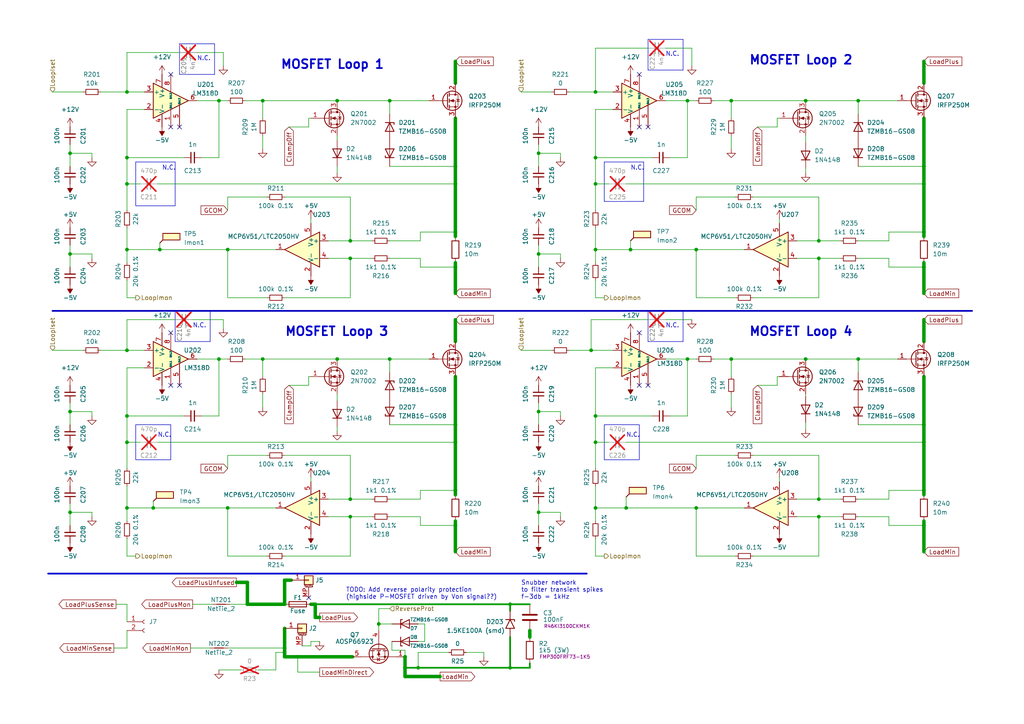
<source format=kicad_sch>
(kicad_sch (version 20230121) (generator eeschema)
  (paper "A4")
  (title_block (title "Electronic Load Analog Test Board") (date "2024-11-10") (rev "${VERSION}") (comment 1 "License: CERN-OHL-W-2.0"))
  (junction (at 82.55 189.23))
  (junction (at 117.475 193.675))
  (junction (at 113.03 29.21))
  (junction (at 20.32 73.66))
  (junction (at 66.04 147.32))
  (junction (at 172.72 53.34))
  (junction (at 267.97 152.4))
  (junction (at 182.88 72.39))
  (junction (at 201.93 147.32))
  (junction (at 156.21 148.59))
  (junction (at 172.72 26.67))
  (junction (at 233.68 104.14))
  (junction (at 181.61 147.32))
  (junction (at 36.83 53.34))
  (junction (at 267.97 53.34))
  (junction (at 156.21 119.38))
  (junction (at 63.5 29.21))
  (junction (at 267.97 48.26))
  (junction (at 212.09 104.14))
  (junction (at 82.55 187.96))
  (junction (at 237.49 74.93))
  (junction (at 156.21 73.66))
  (junction (at 267.97 142.24))
  (junction (at 172.72 72.39))
  (junction (at 101.6 149.86))
  (junction (at 267.97 67.31))
  (junction (at 86.36 190.5))
  (junction (at 66.04 72.39))
  (junction (at 199.39 29.21))
  (junction (at 201.93 72.39))
  (junction (at 97.79 29.21))
  (junction (at 267.97 128.27))
  (junction (at 132.08 77.47))
  (junction (at 171.45 101.6))
  (junction (at 91.44 175.26))
  (junction (at 267.97 77.47))
  (junction (at 237.49 149.86))
  (junction (at 82.55 175.26))
  (junction (at 20.32 119.38))
  (junction (at 101.6 69.85))
  (junction (at 117.475 190.5))
  (junction (at 199.39 104.14))
  (junction (at 36.83 147.32))
  (junction (at 101.6 144.78))
  (junction (at 121.285 193.675))
  (junction (at 132.08 128.27))
  (junction (at 132.08 123.19))
  (junction (at 237.49 144.78))
  (junction (at 36.83 45.72))
  (junction (at 172.72 147.32))
  (junction (at 71.755 175.26))
  (junction (at 36.83 120.65))
  (junction (at 172.72 45.72))
  (junction (at 132.08 152.4))
  (junction (at 248.92 29.21))
  (junction (at 248.92 104.14))
  (junction (at 147.955 175.26))
  (junction (at 63.5 104.14))
  (junction (at 20.32 148.59))
  (junction (at 101.6 74.93))
  (junction (at 172.72 128.27))
  (junction (at 44.45 147.32))
  (junction (at 132.08 53.34))
  (junction (at 147.955 193.675))
  (junction (at 156.21 44.45))
  (junction (at 76.2 104.14))
  (junction (at 132.08 142.24))
  (junction (at 76.2 29.21))
  (junction (at 97.79 104.14))
  (junction (at 132.08 48.26))
  (junction (at 233.68 29.21))
  (junction (at 267.97 123.19))
  (junction (at 109.855 180.975))
  (junction (at 36.83 128.27))
  (junction (at 46.355 72.39))
  (junction (at 237.49 69.85))
  (junction (at 113.03 104.14))
  (junction (at 172.72 120.65))
  (junction (at 36.83 72.39))
  (junction (at 20.32 44.45))
  (junction (at 36.83 101.6))
  (junction (at 132.08 67.31))
  (junction (at 212.09 29.21))
  (junction (at 36.83 26.67))
  (no_connect (at 185.42 96.52))
  (no_connect (at 52.07 36.83))
  (no_connect (at 185.42 36.83))
  (no_connect (at 187.96 36.83))
  (no_connect (at 185.42 21.59))
  (no_connect (at 185.42 111.76))
  (no_connect (at 49.53 111.76))
  (no_connect (at 89.535 173.355))
  (no_connect (at 49.53 96.52))
  (no_connect (at 49.53 21.59))
  (no_connect (at 52.07 111.76))
  (no_connect (at 187.96 111.76))
  (no_connect (at 49.53 36.83))
  (wire (pts (xy 172.72 128.27) (xy 176.53 128.27)))
  (wire (pts (xy 101.6 132.08) (xy 101.6 144.78)))
  (wire (pts (xy 82.55 190.5) (xy 86.36 190.5)) (stroke (width 1)))
  (wire (pts (xy 267.97 77.47) (xy 267.97 85.09)) (stroke (width 1)))
  (polyline (pts (xy 175.26 46.99) (xy 186.69 46.99)))
  (wire (pts (xy 91.44 179.07) (xy 92.71 179.07)) (stroke (width 1)))
  (wire (pts (xy 36.83 120.65) (xy 36.83 128.27)))
  (wire (pts (xy 156.21 148.59) (xy 162.56 148.59)))
  (wire (pts (xy 117.475 190.5) (xy 117.475 193.675)) (stroke (width 1)))
  (wire (pts (xy 181.61 147.32) (xy 201.93 147.32)))
  (wire (pts (xy 71.12 104.14) (xy 76.2 104.14)))
  (wire (pts (xy 212.09 29.21) (xy 233.68 29.21)))
  (wire (pts (xy 156.21 41.91) (xy 156.21 44.45)))
  (polyline (pts (xy 187.96 20.32) (xy 198.12 20.32)))
  (polyline (pts (xy 62.23 21.59) (xy 62.23 12.7)))
  (wire (pts (xy 97.79 123.825) (xy 97.79 125.095)))
  (wire (pts (xy 162.56 74.93) (xy 162.56 73.66)))
  (wire (pts (xy 181.61 53.34) (xy 267.97 53.34)))
  (wire (pts (xy 267.97 34.29) (xy 267.97 48.26)) (stroke (width 1)))
  (wire (pts (xy 121.92 77.47) (xy 132.08 77.47)))
  (wire (pts (xy 66.04 147.32) (xy 66.04 161.29)))
  (wire (pts (xy 237.49 74.93) (xy 237.49 86.36)))
  (wire (pts (xy 237.49 149.86) (xy 243.84 149.86)))
  (wire (pts (xy 121.285 193.675) (xy 147.955 193.675)) (stroke (width 0.5)))
  (wire (pts (xy 218.44 57.15) (xy 237.49 57.15)))
  (wire (pts (xy 36.83 45.72) (xy 53.34 45.72)))
  (wire (pts (xy 15.24 26.67) (xy 24.13 26.67)))
  (wire (pts (xy 237.49 149.86) (xy 237.49 161.29)))
  (wire (pts (xy 20.32 119.38) (xy 26.67 119.38)))
  (wire (pts (xy 109.855 176.53) (xy 113.03 176.53)))
  (wire (pts (xy 113.03 74.93) (xy 121.92 74.93)))
  (wire (pts (xy 201.93 72.39) (xy 201.93 86.36)))
  (wire (pts (xy 132.08 67.31) (xy 132.08 68.58)) (stroke (width 1)))
  (wire (pts (xy 121.92 74.93) (xy 121.92 77.47)))
  (polyline (pts (xy 187.96 90.17) (xy 198.12 90.17)))
  (wire (pts (xy 95.25 74.93) (xy 101.6 74.93)))
  (wire (pts (xy 36.83 45.72) (xy 36.83 53.34)))
  (wire (pts (xy 172.72 26.67) (xy 177.8 26.67)))
  (wire (pts (xy 20.32 73.66) (xy 20.32 77.47)))
  (wire (pts (xy 36.83 156.21) (xy 36.83 161.29)))
  (wire (pts (xy 257.81 144.78) (xy 257.81 142.24)))
  (wire (pts (xy 26.67 45.72) (xy 26.67 44.45)))
  (wire (pts (xy 172.72 66.04) (xy 172.72 72.39)))
  (wire (pts (xy 218.44 132.08) (xy 237.49 132.08)))
  (polyline (pts (xy 185.42 133.35) (xy 175.26 133.35)))
  (wire (pts (xy 26.67 149.86) (xy 26.67 148.59)))
  (wire (pts (xy 172.72 161.29) (xy 175.26 161.29)))
  (polyline (pts (xy 187.96 99.06) (xy 198.12 99.06)))
  (wire (pts (xy 201.93 147.32) (xy 201.93 161.29)))
  (wire (pts (xy 162.56 45.72) (xy 162.56 44.45)))
  (wire (pts (xy 76.2 39.37) (xy 76.2 43.18)))
  (wire (pts (xy 267.97 53.34) (xy 267.97 67.31)) (stroke (width 1)))
  (wire (pts (xy 257.81 69.85) (xy 257.81 67.31)))
  (wire (pts (xy 36.83 140.97) (xy 36.83 147.32)))
  (wire (pts (xy 267.97 128.27) (xy 267.97 142.24)) (stroke (width 1)))
  (wire (pts (xy 201.93 147.32) (xy 215.9 147.32)))
  (wire (pts (xy 64.77 15.24) (xy 64.77 19.05)))
  (wire (pts (xy 172.72 147.32) (xy 181.61 147.32)))
  (wire (pts (xy 36.83 81.28) (xy 36.83 86.36)))
  (wire (pts (xy 233.68 104.14) (xy 248.92 104.14)))
  (wire (pts (xy 121.92 149.86) (xy 121.92 152.4)))
  (wire (pts (xy 97.79 39.37) (xy 97.79 40.64)))
  (wire (pts (xy 199.39 29.21) (xy 199.39 45.72)))
  (wire (pts (xy 233.68 29.21) (xy 248.92 29.21)))
  (wire (pts (xy 117.475 193.675) (xy 117.475 196.215)) (stroke (width 1)))
  (wire (pts (xy 113.665 186.055) (xy 113.665 188.595)))
  (wire (pts (xy 45.72 128.27) (xy 132.08 128.27)))
  (wire (pts (xy 26.67 120.65) (xy 26.67 119.38)))
  (wire (pts (xy 153.67 182.88) (xy 153.67 184.785)) (stroke (width 1)))
  (wire (pts (xy 20.32 44.45) (xy 26.67 44.45)))
  (wire (pts (xy 95.25 144.78) (xy 101.6 144.78)))
  (wire (pts (xy 82.55 187.96) (xy 82.55 189.23)))
  (wire (pts (xy 132.08 48.26) (xy 132.08 53.34)) (stroke (width 1)))
  (wire (pts (xy 101.6 144.78) (xy 107.95 144.78)))
  (polyline (pts (xy 60.96 99.06) (xy 60.96 90.17)))
  (polyline (pts (xy 52.07 12.7) (xy 52.07 21.59)))
  (wire (pts (xy 171.45 101.6) (xy 171.45 92.71)))
  (wire (pts (xy 237.49 57.15) (xy 237.49 69.85)))
  (wire (pts (xy 57.15 15.24) (xy 64.77 15.24)))
  (wire (pts (xy 267.97 48.26) (xy 267.97 53.34)) (stroke (width 1)))
  (wire (pts (xy 55.88 92.71) (xy 64.77 92.71)))
  (polyline (pts (xy 186.69 58.42) (xy 175.26 58.42)))
  (wire (pts (xy 36.83 106.68) (xy 36.83 120.65)))
  (wire (pts (xy 113.665 188.595) (xy 117.475 188.595)))
  (polyline (pts (xy 50.8 90.17) (xy 60.96 90.17)))
  (wire (pts (xy 90.17 138.43) (xy 90.17 139.7)))
  (wire (pts (xy 225.425 109.22) (xy 225.425 111.76)))
  (wire (pts (xy 36.83 72.39) (xy 36.83 76.2)))
  (wire (pts (xy 200.66 13.97) (xy 200.66 19.05)))
  (wire (pts (xy 97.79 104.14) (xy 113.03 104.14)))
  (wire (pts (xy 231.14 149.86) (xy 237.49 149.86)))
  (wire (pts (xy 57.15 104.14) (xy 63.5 104.14)))
  (wire (pts (xy 172.72 120.65) (xy 189.23 120.65)))
  (wire (pts (xy 171.45 92.71) (xy 187.96 92.71)))
  (wire (pts (xy 165.1 101.6) (xy 171.45 101.6)))
  (wire (pts (xy 36.83 175.26) (xy 33.655 175.26)))
  (wire (pts (xy 121.92 152.4) (xy 132.08 152.4)))
  (wire (pts (xy 212.09 114.3) (xy 212.09 118.11)))
  (wire (pts (xy 172.72 86.36) (xy 175.26 86.36)))
  (wire (pts (xy 50.8 92.71) (xy 36.83 92.71)))
  (wire (pts (xy 77.47 161.29) (xy 66.04 161.29)))
  (wire (pts (xy 199.39 29.21) (xy 201.93 29.21)))
  (wire (pts (xy 90.17 175.26) (xy 91.44 175.26)) (stroke (width 1)))
  (wire (pts (xy 101.6 69.85) (xy 107.95 69.85)))
  (wire (pts (xy 36.83 31.75) (xy 36.83 45.72)))
  (wire (pts (xy 257.81 67.31) (xy 267.97 67.31)))
  (wire (pts (xy 248.92 48.26) (xy 267.97 48.26)))
  (wire (pts (xy 207.01 104.14) (xy 212.09 104.14)))
  (wire (pts (xy 36.83 161.29) (xy 39.37 161.29)))
  (wire (pts (xy 257.81 74.93) (xy 257.81 77.47)))
  (wire (pts (xy 218.44 161.29) (xy 237.49 161.29)))
  (wire (pts (xy 44.45 147.32) (xy 66.04 147.32)))
  (wire (pts (xy 55.88 175.26) (xy 61.595 175.26)))
  (wire (pts (xy 109.855 180.975) (xy 109.855 176.53)))
  (wire (pts (xy 225.425 34.29) (xy 226.06 34.29)))
  (wire (pts (xy 257.81 149.86) (xy 257.81 152.4)))
  (wire (pts (xy 212.09 39.37) (xy 212.09 43.18)))
  (polyline (pts (xy 198.12 20.32) (xy 198.12 11.43)))
  (wire (pts (xy 172.72 156.21) (xy 172.72 161.29)))
  (wire (pts (xy 91.44 175.26) (xy 91.44 179.07)) (stroke (width 1)))
  (wire (pts (xy 172.72 140.97) (xy 172.72 147.32)))
  (wire (pts (xy 225.425 36.83) (xy 219.71 36.83)))
  (wire (pts (xy 20.32 119.38) (xy 20.32 123.19)))
  (polyline (pts (xy 49.53 123.19) (xy 49.53 133.35)))
  (polyline (pts (xy 175.26 46.99) (xy 175.26 58.42)))
  (polyline (pts (xy 50.8 59.69) (xy 39.37 59.69)))
  (wire (pts (xy 36.83 15.24) (xy 36.83 26.67)))
  (wire (pts (xy 15.24 101.6) (xy 24.13 101.6)))
  (wire (pts (xy 156.21 119.38) (xy 156.21 123.19)))
  (wire (pts (xy 71.12 29.21) (xy 76.2 29.21)))
  (wire (pts (xy 20.32 44.45) (xy 20.32 48.26)))
  (wire (pts (xy 171.45 101.6) (xy 177.8 101.6)))
  (polyline (pts (xy 39.37 46.99) (xy 50.8 46.99)))
  (wire (pts (xy 63.5 29.21) (xy 66.04 29.21)))
  (wire (pts (xy 36.83 101.6) (xy 41.91 101.6)))
  (wire (pts (xy 86.36 190.5) (xy 102.235 190.5)) (stroke (width 1)))
  (wire (pts (xy 156.21 71.12) (xy 156.21 73.66)))
  (wire (pts (xy 237.49 74.93) (xy 243.84 74.93)))
  (wire (pts (xy 226.06 138.43) (xy 226.06 139.7)))
  (wire (pts (xy 80.01 194.31) (xy 74.93 194.31)))
  (wire (pts (xy 156.21 116.84) (xy 156.21 119.38)))
  (wire (pts (xy 212.09 29.21) (xy 212.09 34.29)))
  (wire (pts (xy 172.72 120.65) (xy 172.72 128.27)))
  (wire (pts (xy 182.88 69.85) (xy 182.88 72.39)))
  (wire (pts (xy 132.08 77.47) (xy 132.08 85.09)) (stroke (width 1)))
  (wire (pts (xy 213.36 132.08) (xy 201.93 132.08)))
  (wire (pts (xy 165.1 26.67) (xy 172.72 26.67)))
  (wire (pts (xy 132.08 151.13) (xy 132.08 152.4)) (stroke (width 1)))
  (wire (pts (xy 76.2 114.3) (xy 76.2 118.11)))
  (wire (pts (xy 36.83 120.65) (xy 53.34 120.65)))
  (wire (pts (xy 267.97 76.2) (xy 267.97 77.47)) (stroke (width 1)))
  (wire (pts (xy 237.49 144.78) (xy 243.84 144.78)))
  (wire (pts (xy 172.72 81.28) (xy 172.72 86.36)))
  (wire (pts (xy 33.02 187.96) (xy 36.83 187.96)))
  (wire (pts (xy 233.68 48.895) (xy 233.68 50.165)))
  (wire (pts (xy 36.83 92.71) (xy 36.83 101.6)))
  (wire (pts (xy 199.39 104.14) (xy 201.93 104.14)))
  (wire (pts (xy 82.55 57.15) (xy 101.6 57.15)))
  (wire (pts (xy 212.09 104.14) (xy 233.68 104.14)))
  (polyline (pts (xy 13.97 166.37) (xy 170.18 166.37)) (stroke (width 0.5)))
  (wire (pts (xy 248.92 107.95) (xy 248.92 104.14)))
  (wire (pts (xy 194.31 45.72) (xy 199.39 45.72)))
  (wire (pts (xy 36.83 147.32) (xy 36.83 151.13)))
  (wire (pts (xy 201.93 57.15) (xy 201.93 60.96)))
  (wire (pts (xy 87.63 187.325) (xy 90.17 187.325)))
  (wire (pts (xy 147.955 175.26) (xy 147.955 177.165)) (stroke (width 0.5)))
  (wire (pts (xy 153.67 193.675) (xy 153.67 192.405)) (stroke (width 0.5)))
  (wire (pts (xy 26.67 74.93) (xy 26.67 73.66)))
  (wire (pts (xy 71.755 168.91) (xy 71.755 175.26)) (stroke (width 1)))
  (wire (pts (xy 132.08 34.29) (xy 132.08 48.26)) (stroke (width 1)))
  (wire (pts (xy 267.97 109.22) (xy 267.97 123.19)) (stroke (width 1)))
  (wire (pts (xy 64.77 92.71) (xy 64.77 95.25)))
  (polyline (pts (xy 175.26 123.19) (xy 176.53 123.19)))
  (wire (pts (xy 89.535 111.76) (xy 83.82 111.76)))
  (wire (pts (xy 132.08 142.24) (xy 132.08 143.51)) (stroke (width 1)))
  (wire (pts (xy 20.32 116.84) (xy 20.32 119.38)))
  (wire (pts (xy 132.08 17.78) (xy 132.08 24.13)) (stroke (width 1)))
  (wire (pts (xy 82.55 182.245) (xy 82.55 187.96)) (stroke (width 1)))
  (wire (pts (xy 77.47 86.36) (xy 66.04 86.36)))
  (wire (pts (xy 172.72 45.72) (xy 172.72 53.34)))
  (wire (pts (xy 55.245 187.96) (xy 60.96 187.96)))
  (wire (pts (xy 46.355 72.39) (xy 66.04 72.39)))
  (wire (pts (xy 36.83 86.36) (xy 39.37 86.36)))
  (wire (pts (xy 147.955 184.785) (xy 147.955 193.675)) (stroke (width 0.5)))
  (wire (pts (xy 248.92 104.14) (xy 260.35 104.14)))
  (wire (pts (xy 156.21 148.59) (xy 156.21 152.4)))
  (polyline (pts (xy 52.07 12.7) (xy 62.23 12.7)))
  (wire (pts (xy 113.03 69.85) (xy 121.92 69.85)))
  (wire (pts (xy 101.6 149.86) (xy 107.95 149.86)))
  (wire (pts (xy 181.61 128.27) (xy 267.97 128.27)))
  (wire (pts (xy 201.93 132.08) (xy 201.93 135.89)))
  (wire (pts (xy 36.83 31.75) (xy 41.91 31.75)))
  (wire (pts (xy 267.97 92.71) (xy 267.97 99.06)) (stroke (width 1)))
  (wire (pts (xy 193.04 92.71) (xy 200.66 92.71)))
  (wire (pts (xy 248.92 74.93) (xy 257.81 74.93)))
  (wire (pts (xy 193.04 13.97) (xy 200.66 13.97)))
  (wire (pts (xy 77.47 57.15) (xy 66.04 57.15)))
  (wire (pts (xy 156.21 44.45) (xy 156.21 48.26)))
  (wire (pts (xy 132.08 53.34) (xy 132.08 67.31)) (stroke (width 1)))
  (wire (pts (xy 248.92 33.02) (xy 248.92 29.21)))
  (wire (pts (xy 71.755 175.26) (xy 82.55 175.26)) (stroke (width 1)))
  (wire (pts (xy 248.92 69.85) (xy 257.81 69.85)))
  (wire (pts (xy 172.72 147.32) (xy 172.72 151.13)))
  (wire (pts (xy 213.36 161.29) (xy 201.93 161.29)))
  (wire (pts (xy 97.79 29.21) (xy 113.03 29.21)))
  (wire (pts (xy 113.03 107.95) (xy 113.03 104.14)))
  (wire (pts (xy 57.15 29.21) (xy 63.5 29.21)))
  (wire (pts (xy 36.83 53.34) (xy 36.83 60.96)))
  (polyline (pts (xy 50.8 90.17) (xy 50.8 99.06)))
  (wire (pts (xy 172.72 53.34) (xy 172.72 60.96)))
  (wire (pts (xy 267.97 151.13) (xy 267.97 152.4)) (stroke (width 1)))
  (wire (pts (xy 89.535 34.29) (xy 89.535 36.83)))
  (wire (pts (xy 101.6 57.15) (xy 101.6 69.85)))
  (wire (pts (xy 121.92 69.85) (xy 121.92 67.31)))
  (wire (pts (xy 97.79 114.3) (xy 97.79 116.205)))
  (wire (pts (xy 172.72 72.39) (xy 172.72 76.2)))
  (wire (pts (xy 89.535 109.22) (xy 90.17 109.22)))
  (wire (pts (xy 172.72 45.72) (xy 189.23 45.72)))
  (polyline (pts (xy 40.64 123.19) (xy 49.53 123.19)))
  (wire (pts (xy 101.6 149.86) (xy 101.6 161.29)))
  (wire (pts (xy 132.08 92.71) (xy 132.08 99.06)) (stroke (width 1)))
  (wire (pts (xy 172.72 128.27) (xy 172.72 135.89)))
  (wire (pts (xy 123.19 180.975) (xy 123.19 186.055)))
  (wire (pts (xy 76.2 104.14) (xy 97.79 104.14)))
  (wire (pts (xy 156.21 73.66) (xy 162.56 73.66)))
  (wire (pts (xy 231.14 74.93) (xy 237.49 74.93)))
  (wire (pts (xy 181.61 144.145) (xy 181.61 147.32)))
  (wire (pts (xy 201.93 72.39) (xy 215.9 72.39)))
  (wire (pts (xy 233.68 114.3) (xy 233.68 114.935)))
  (wire (pts (xy 130.175 189.23) (xy 121.285 189.23)))
  (polyline (pts (xy 15.24 90.17) (xy 281.94 90.17)) (stroke (width 0.5)))
  (wire (pts (xy 86.36 194.945) (xy 86.36 190.5)))
  (wire (pts (xy 194.31 120.65) (xy 199.39 120.65)))
  (wire (pts (xy 29.21 26.67) (xy 36.83 26.67)))
  (polyline (pts (xy 39.37 133.35) (xy 39.37 123.19)))
  (wire (pts (xy 97.79 48.26) (xy 97.79 50.165)))
  (wire (pts (xy 121.285 180.975) (xy 123.19 180.975)))
  (wire (pts (xy 89.535 109.22) (xy 89.535 111.76)))
  (polyline (pts (xy 50.8 46.99) (xy 50.8 59.69)))
  (wire (pts (xy 20.32 73.66) (xy 26.67 73.66)))
  (polyline (pts (xy 39.37 123.19) (xy 40.64 123.19)))
  (wire (pts (xy 20.32 146.05) (xy 20.32 148.59)))
  (wire (pts (xy 36.83 72.39) (xy 46.355 72.39)))
  (wire (pts (xy 231.14 144.78) (xy 237.49 144.78)))
  (wire (pts (xy 52.07 15.24) (xy 36.83 15.24)))
  (wire (pts (xy 45.72 53.34) (xy 132.08 53.34)))
  (wire (pts (xy 92.71 194.945) (xy 86.36 194.945)))
  (wire (pts (xy 20.32 41.91) (xy 20.32 44.45)))
  (wire (pts (xy 193.04 29.21) (xy 199.39 29.21)))
  (polyline (pts (xy 187.96 90.17) (xy 187.96 99.06)))
  (wire (pts (xy 90.17 186.055) (xy 92.71 186.055)))
  (wire (pts (xy 172.72 53.34) (xy 176.53 53.34)))
  (wire (pts (xy 156.21 73.66) (xy 156.21 77.47)))
  (wire (pts (xy 225.425 111.76) (xy 219.71 111.76)))
  (wire (pts (xy 82.55 189.23) (xy 80.01 189.23)))
  (wire (pts (xy 233.68 122.555) (xy 233.68 124.46)))
  (wire (pts (xy 113.03 104.14) (xy 124.46 104.14)))
  (wire (pts (xy 257.81 77.47) (xy 267.97 77.47)))
  (wire (pts (xy 172.72 72.39) (xy 182.88 72.39)))
  (wire (pts (xy 113.03 29.21) (xy 124.46 29.21)))
  (wire (pts (xy 151.13 101.6) (xy 160.02 101.6)))
  (wire (pts (xy 109.855 180.975) (xy 113.665 180.975)))
  (wire (pts (xy 132.08 123.19) (xy 132.08 128.27)) (stroke (width 1)))
  (wire (pts (xy 63.5 29.21) (xy 63.5 45.72)))
  (wire (pts (xy 80.01 189.23) (xy 80.01 194.31)))
  (wire (pts (xy 76.2 29.21) (xy 97.79 29.21)))
  (wire (pts (xy 156.21 146.05) (xy 156.21 148.59)))
  (wire (pts (xy 66.04 72.39) (xy 80.01 72.39)))
  (wire (pts (xy 66.04 72.39) (xy 66.04 86.36)))
  (wire (pts (xy 76.2 29.21) (xy 76.2 34.29)))
  (wire (pts (xy 66.04 132.08) (xy 66.04 135.89)))
  (wire (pts (xy 101.6 74.93) (xy 107.95 74.93)))
  (polyline (pts (xy 49.53 133.35) (xy 39.37 133.35)))
  (wire (pts (xy 248.92 29.21) (xy 260.35 29.21)))
  (polyline (pts (xy 175.26 133.35) (xy 175.26 123.19)))
  (wire (pts (xy 20.32 148.59) (xy 20.32 152.4)))
  (wire (pts (xy 36.83 175.26) (xy 36.83 180.34)))
  (wire (pts (xy 63.5 104.14) (xy 66.04 104.14)))
  (wire (pts (xy 172.72 31.75) (xy 172.72 45.72)))
  (wire (pts (xy 127.635 196.215) (xy 117.475 196.215)) (stroke (width 1)))
  (wire (pts (xy 147.955 175.26) (xy 153.67 175.26)) (stroke (width 0.5)))
  (wire (pts (xy 36.83 66.04) (xy 36.83 72.39)))
  (wire (pts (xy 132.08 128.27) (xy 132.08 142.24)) (stroke (width 1)))
  (polyline (pts (xy 52.07 21.59) (xy 62.23 21.59)))
  (wire (pts (xy 172.72 106.68) (xy 177.8 106.68)))
  (wire (pts (xy 267.97 67.31) (xy 267.97 68.58)) (stroke (width 1)))
  (wire (pts (xy 225.425 34.29) (xy 225.425 36.83)))
  (wire (pts (xy 182.88 72.39) (xy 201.93 72.39)))
  (wire (pts (xy 199.39 104.14) (xy 199.39 120.65)))
  (polyline (pts (xy 185.42 123.19) (xy 185.42 133.35)))
  (polyline (pts (xy 39.37 46.99) (xy 39.37 59.69)))
  (wire (pts (xy 63.5 194.31) (xy 69.85 194.31)))
  (polyline (pts (xy 186.69 46.99) (xy 186.69 58.42)))
  (wire (pts (xy 66.04 187.96) (xy 82.55 187.96)))
  (polyline (pts (xy 187.96 11.43) (xy 198.12 11.43)))
  (wire (pts (xy 117.475 193.675) (xy 121.285 193.675)) (stroke (width 0.5)))
  (wire (pts (xy 237.49 132.08) (xy 237.49 144.78)))
  (wire (pts (xy 68.58 168.91) (xy 71.755 168.91)) (stroke (width 1)))
  (wire (pts (xy 66.04 147.32) (xy 80.01 147.32)))
  (wire (pts (xy 109.855 182.88) (xy 109.855 180.975)))
  (wire (pts (xy 44.45 145.415) (xy 44.45 147.32)))
  (wire (pts (xy 267.97 152.4) (xy 267.97 160.02)) (stroke (width 1)))
  (wire (pts (xy 248.92 123.19) (xy 267.97 123.19)))
  (wire (pts (xy 82.55 168.275) (xy 82.55 175.26)) (stroke (width 1)))
  (wire (pts (xy 172.72 31.75) (xy 177.8 31.75)))
  (wire (pts (xy 77.47 132.08) (xy 66.04 132.08)))
  (wire (pts (xy 36.83 53.34) (xy 40.64 53.34)))
  (wire (pts (xy 36.83 187.96) (xy 36.83 182.88)))
  (wire (pts (xy 132.08 152.4) (xy 132.08 160.02)) (stroke (width 1)))
  (wire (pts (xy 113.03 48.26) (xy 132.08 48.26)))
  (wire (pts (xy 29.21 101.6) (xy 36.83 101.6)))
  (wire (pts (xy 151.13 26.67) (xy 160.02 26.67)))
  (wire (pts (xy 101.6 74.93) (xy 101.6 86.36)))
  (wire (pts (xy 82.55 86.36) (xy 101.6 86.36)))
  (wire (pts (xy 89.535 34.29) (xy 90.17 34.29)))
  (wire (pts (xy 121.285 189.23) (xy 121.285 193.675)))
  (wire (pts (xy 140.335 189.23) (xy 140.335 190.5)))
  (wire (pts (xy 213.36 86.36) (xy 201.93 86.36)))
  (wire (pts (xy 90.17 63.5) (xy 90.17 64.77)))
  (wire (pts (xy 36.83 128.27) (xy 40.64 128.27)))
  (wire (pts (xy 257.81 152.4) (xy 267.97 152.4)))
  (wire (pts (xy 132.08 76.2) (xy 132.08 77.47)) (stroke (width 1)))
  (wire (pts (xy 231.14 69.85) (xy 237.49 69.85)))
  (wire (pts (xy 95.25 149.86) (xy 101.6 149.86)))
  (wire (pts (xy 248.92 144.78) (xy 257.81 144.78)))
  (wire (pts (xy 121.92 144.78) (xy 121.92 142.24)))
  (wire (pts (xy 267.97 123.19) (xy 267.97 128.27)) (stroke (width 1)))
  (wire (pts (xy 162.56 149.86) (xy 162.56 148.59)))
  (wire (pts (xy 20.32 148.59) (xy 26.67 148.59)))
  (polyline (pts (xy 187.96 11.43) (xy 187.96 20.32)))
  (wire (pts (xy 218.44 86.36) (xy 237.49 86.36)))
  (wire (pts (xy 46.355 70.485) (xy 46.355 72.39)))
  (wire (pts (xy 76.2 104.14) (xy 76.2 109.22)))
  (wire (pts (xy 248.92 149.86) (xy 257.81 149.86)))
  (wire (pts (xy 95.25 69.85) (xy 101.6 69.85)))
  (wire (pts (xy 89.535 36.83) (xy 83.82 36.83)))
  (wire (pts (xy 36.83 147.32) (xy 44.45 147.32)))
  (wire (pts (xy 82.55 161.29) (xy 101.6 161.29)))
  (wire (pts (xy 267.97 17.78) (xy 267.97 24.13)) (stroke (width 1)))
  (wire (pts (xy 113.03 149.86) (xy 121.92 149.86)))
  (wire (pts (xy 121.92 142.24) (xy 132.08 142.24)))
  (wire (pts (xy 117.475 188.595) (xy 117.475 190.5)))
  (wire (pts (xy 156.21 44.45) (xy 162.56 44.45)))
  (wire (pts (xy 113.03 33.02) (xy 113.03 29.21)))
  (wire (pts (xy 193.04 104.14) (xy 199.39 104.14)))
  (wire (pts (xy 58.42 120.65) (xy 63.5 120.65)))
  (wire (pts (xy 113.03 123.19) (xy 132.08 123.19)))
  (wire (pts (xy 135.255 189.23) (xy 140.335 189.23)))
  (wire (pts (xy 207.01 29.21) (xy 212.09 29.21)))
  (wire (pts (xy 58.42 45.72) (xy 63.5 45.72)))
  (wire (pts (xy 20.32 71.12) (xy 20.32 73.66)))
  (wire (pts (xy 233.68 39.37) (xy 233.68 41.275)))
  (wire (pts (xy 212.09 104.14) (xy 212.09 109.22)))
  (wire (pts (xy 90.17 187.325) (xy 90.17 186.055)))
  (wire (pts (xy 162.56 120.65) (xy 162.56 119.38)))
  (wire (pts (xy 121.92 67.31) (xy 132.08 67.31)))
  (wire (pts (xy 187.96 13.97) (xy 172.72 13.97)))
  (polyline (pts (xy 50.8 99.06) (xy 60.96 99.06)))
  (wire (pts (xy 82.55 132.08) (xy 101.6 132.08)))
  (wire (pts (xy 225.425 109.22) (xy 226.06 109.22)))
  (wire (pts (xy 63.5 104.14) (xy 63.5 120.65)))
  (wire (pts (xy 156.21 119.38) (xy 162.56 119.38)))
  (polyline (pts (xy 198.12 99.06) (xy 198.12 90.17)))
  (wire (pts (xy 36.83 106.68) (xy 41.91 106.68)))
  (wire (pts (xy 66.675 175.26) (xy 71.755 175.26)))
  (wire (pts (xy 237.49 69.85) (xy 243.84 69.85)))
  (wire (pts (xy 267.97 142.24) (xy 267.97 143.51)) (stroke (width 1)))
  (wire (pts (xy 113.03 144.78) (xy 121.92 144.78)))
  (wire (pts (xy 172.72 13.97) (xy 172.72 26.67)))
  (wire (pts (xy 36.83 26.67) (xy 41.91 26.67)))
  (wire (pts (xy 82.55 168.275) (xy 84.455 168.275)) (stroke (width 1)))
  (wire (pts (xy 82.55 189.23) (xy 82.55 190.5)) (stroke (width 1)))
  (polyline (pts (xy 176.53 123.19) (xy 185.42 123.19)))
  (wire (pts (xy 172.72 106.68) (xy 172.72 120.65)))
  (wire (pts (xy 36.83 128.27) (xy 36.83 135.89)))
  (wire (pts (xy 147.955 193.675) (xy 153.67 193.675)) (stroke (width 0.5)))
  (wire (pts (xy 91.44 175.26) (xy 147.955 175.26)) (stroke (width 0.5)))
  (wire (pts (xy 213.36 57.15) (xy 201.93 57.15)))
  (wire (pts (xy 257.81 142.24) (xy 267.97 142.24)))
  (wire (pts (xy 66.04 57.15) (xy 66.04 60.96)))
  (wire (pts (xy 132.08 109.22) (xy 132.08 123.19)) (stroke (width 1)))
  (wire (pts (xy 82.55 187.96) (xy 82.55 189.23)) (stroke (width 1)))
  (wire (pts (xy 226.06 63.5) (xy 226.06 64.77)))
  (wire (pts (xy 121.285 186.055) (xy 123.19 186.055)))
  (text "N.C." (at 182.88 49.53 0) (effects (font (size 1.27 1.27)) (justify left bottom)))
  (text "N.C." (at 45.72 127 0) (effects (font (size 1.27 1.27)) (justify left bottom)))
  (text "Snubber network\nto filter transient spikes\nf-3db = 1kHz" (at 151.13 173.99 0) (effects (font (size 1.27 1.27)) (justify left bottom)))
  (text "N.C." (at 181.61 127 0) (effects (font (size 1.27 1.27)) (justify left bottom)))
  (text "MOSFET Loop 1" (at 81.28 20.32 0) (effects (font (size 2.54 2.54) (thickness 0.508) bold) (justify left bottom)))
  (text "MOSFET Loop 2" (at 217.17 19.05 0) (effects (font (size 2.54 2.54) (thickness 0.508) bold) (justify left bottom)))
  (text "N.C." (at 57.15 17.78 0) (effects (font (size 1.27 1.27)) (justify left bottom)))
  (text "N.C." (at 46.99 49.53 0) (effects (font (size 1.27 1.27)) (justify left bottom)))
  (text "MOSFET Loop 4" (at 217.17 97.79 0) (effects (font (size 2.54 2.54) (thickness 0.508) bold) (justify left bottom)))
  (text "N.C." (at 193.04 95.25 0) (effects (font (size 1.27 1.27)) (justify left bottom)))
  (text "N.C." (at 193.04 16.51 0) (effects (font (size 1.27 1.27)) (justify left bottom)))
  (text "TODO: Add reverse polarity protection \n(highside P-MOSFET driven by Von signal??)" (at 100.33 173.99 0) (effects (font (size 1.27 1.27)) (justify left bottom)))
  (text "N.C." (at 55.88 95.25 0) (effects (font (size 1.27 1.27)) (justify left bottom)))
  (text "MOSFET Loop 3" (at 82.55 97.79 0) (effects (font (size 2.54 2.54) (thickness 0.508) bold) (justify left bottom)))
  (global_label "LoadPlusUnfused" (shape output) (at 68.58 168.91 180) (property "Intersheetrefs" "${INTERSHEET_REFS}" (at 49.3875 168.91 0) (effects (justify right))))
  (global_label "LoadMin" (shape input) (at 267.97 160.02 0) (property "Intersheetrefs" "${INTERSHEET_REFS}" (at 278.0636 159.9406 0) (effects (justify left))))
  (global_label "LoadMin" (shape output) (at 127.635 196.215 0) (property "Intersheetrefs" "${INTERSHEET_REFS}" (at 137.7286 196.1356 0) (effects (justify left))))
  (global_label "ClampOff" (shape input) (at 83.82 36.83 270) (property "Intersheetrefs" "${INTERSHEET_REFS}" (at 83.8994 47.9517 90) (effects (justify right))))
  (global_label "GCOM" (shape input) (at 201.93 135.89 180) (property "Intersheetrefs" "${INTERSHEET_REFS}" (at 193.7023 135.89 0) (effects (justify right))))
  (global_label "LoadMinDirect" (shape output) (at 92.71 194.945 0) (property "Intersheetrefs" "${INTERSHEET_REFS}" (at 108.9394 194.945 0) (effects (justify left))))
  (global_label "LoadPlus" (shape input) (at 132.08 92.71 0) (property "Intersheetrefs" "${INTERSHEET_REFS}" (at 143.0807 92.6306 0) (effects (justify left))))
  (global_label "LoadPlusSense" (shape output) (at 33.655 175.26 180) (property "Intersheetrefs" "${INTERSHEET_REFS}" (at 16.598 175.26 0) (effects (justify right))))
  (global_label "LoadMinMon" (shape output) (at 55.245 187.96 180) (property "Intersheetrefs" "${INTERSHEET_REFS}" (at 41.4019 187.8806 0) (effects (justify right))))
  (global_label "GCOM" (shape input) (at 66.04 60.96 180) (property "Intersheetrefs" "${INTERSHEET_REFS}" (at 57.8123 60.96 0) (effects (justify right))))
  (global_label "LoadPlus" (shape input) (at 267.97 17.78 0) (property "Intersheetrefs" "${INTERSHEET_REFS}" (at 278.9707 17.7006 0) (effects (justify left))))
  (global_label "GCOM" (shape input) (at 66.04 135.89 180) (property "Intersheetrefs" "${INTERSHEET_REFS}" (at 57.8123 135.89 0) (effects (justify right))))
  (global_label "LoadPlus" (shape input) (at 132.08 17.78 0) (property "Intersheetrefs" "${INTERSHEET_REFS}" (at 143.0807 17.7006 0) (effects (justify left))))
  (global_label "LoadMin" (shape input) (at 132.08 160.02 0) (property "Intersheetrefs" "${INTERSHEET_REFS}" (at 142.1736 159.9406 0) (effects (justify left))))
  (global_label "GCOM" (shape input) (at 201.93 60.96 180) (property "Intersheetrefs" "${INTERSHEET_REFS}" (at 193.7023 60.96 0) (effects (justify right))))
  (global_label "LoadPlus" (shape output) (at 92.71 179.07 0) (property "Intersheetrefs" "${INTERSHEET_REFS}" (at 103.7107 178.9906 0) (effects (justify left))))
  (global_label "ClampOff" (shape input) (at 219.71 36.83 270) (property "Intersheetrefs" "${INTERSHEET_REFS}" (at 219.7894 47.9517 90) (effects (justify right))))
  (global_label "LoadPlusMon" (shape output) (at 55.88 175.26 180) (property "Intersheetrefs" "${INTERSHEET_REFS}" (at 41.1298 175.1806 0) (effects (justify right))))
  (global_label "ClampOff" (shape input) (at 219.71 111.76 270) (property "Intersheetrefs" "${INTERSHEET_REFS}" (at 219.7894 122.8817 90) (effects (justify right))))
  (global_label "ClampOff" (shape input) (at 83.82 111.76 270) (property "Intersheetrefs" "${INTERSHEET_REFS}" (at 83.8994 122.8817 90) (effects (justify right))))
  (global_label "LoadPlus" (shape input) (at 267.97 92.71 0) (property "Intersheetrefs" "${INTERSHEET_REFS}" (at 278.9707 92.6306 0) (effects (justify left))))
  (global_label "LoadMin" (shape input) (at 267.97 85.09 0) (property "Intersheetrefs" "${INTERSHEET_REFS}" (at 278.0636 85.0106 0) (effects (justify left))))
  (global_label "LoadMin" (shape input) (at 132.08 85.09 0) (property "Intersheetrefs" "${INTERSHEET_REFS}" (at 142.1736 85.0106 0) (effects (justify left))))
  (global_label "LoadMinSense" (shape output) (at 33.02 187.96 180) (property "Intersheetrefs" "${INTERSHEET_REFS}" (at 16.8701 187.96 0) (effects (justify right))))
  (hierarchical_label "LoopIset" (shape input) (at 15.24 26.67 90))
  (hierarchical_label "LoopImon" (shape output) (at 175.26 161.29 0))
  (hierarchical_label "LoopIset" (shape input) (at 151.13 101.6 90))
  (hierarchical_label "LoopImon" (shape output) (at 39.37 86.36 0))
  (hierarchical_label "LoopIset" (shape input) (at 15.24 101.6 90))
  (hierarchical_label "LoopImon" (shape output) (at 39.37 161.29 0))
  (hierarchical_label "LoopIset" (shape input) (at 151.13 26.67 90))
  (hierarchical_label "ReverseProt" (shape input) (at 113.03 176.53 0))
  (hierarchical_label "LoopImon" (shape output) (at 175.26 86.36 0))
  (symbol (lib_id "Device:R_Small") (at 246.38 69.85 90) (unit 1)
    (property "Reference" "R235" (at 246.38 64.77 90))
    (property "Value" "1k1 0.1%" (at 246.38 67.31 90))
    (property "Footprint" "Resistor_SMD:R_0805_2012Metric" (effects hide))
    (property "Part Name" "R_1k1_0805_0.1%" (effects hide))
  )
  (symbol (lib_id "Diode:1N4148") (at 233.68 45.085 90) (unit 1)
    (property "Reference" "D2" (at 236.22 43.815 90) (effects (justify right)))
    (property "Value" "1N4148" (at 236.22 46.355 90) (effects (justify right)))
    (property "Footprint" "Diode_SMD:D_MiniMELF" (effects hide))
    (property "Datasheet" "https://assets.nexperia.com/documents/data-sheet/1N4148_1N4448.pdf" (effects hide))
    (property "Sim.Device" "D" (effects hide))
    (property "Sim.Pins" "1=K 2=A" (effects hide))
    (property "Part Name" "D_1N4148_miniMELF" (effects hide))
    (instances (project "EL-Load-Analog" (path "" (reference "D2") (unit 1)) (path "" (reference "D13") (unit 1))))
  )
  (symbol (lib_id "Device:C_Small") (at 53.34 92.71 270) (unit 1) (in_bom no) (dnp yes)
    (property "Reference" "C210" (at 52.07 99.06 0) (effects (justify right)))
    (property "Value" "4n7" (at 54.61 97.79 0) (effects (justify right)))
    (property "Footprint" "Capacitor_SMD:C_0805_2012Metric" (effects hide))
    (property "Part Name" "C_4.7nF_0805_20%" (effects hide))
  )
  (symbol (lib_id "Device:C_Small") (at 156.21 50.8 180) (unit 1)
    (property "Reference" "C216" (at 160.02 50.8 90))
    (property "Value" "100n" (at 152.4 50.7937 90))
    (property "Footprint" "Capacitor_SMD:C_0805_2012Metric" (effects hide))
    (property "Part Name" "C_100.0nF_50V_0805_10%_X7R " (effects hide))
  )
  (symbol (lib_id "EL-Load:MCP6V51/LTC2050HV") (at 223.52 147.32 0) (mirror y) (unit 1)
    (property "Reference" "U208" (at 226.5806 137.16 0) (effects (justify right)))
    (property "Value" "MCP6V51/LTC2050HV" (at 201.93 143.51 0) (effects (justify right)))
    (property "Footprint" "Package_TO_SOT_SMD:SOT-23-5" (effects hide))
    (property "Part Name" "U_LTC2050HVCS5" (effects hide))
  )
  (symbol (lib_id "Transistor_FET:2N7002") (at 231.14 109.22 0) (unit 1)
    (property "Reference" "Q206" (at 237.49 107.9499 0) (effects (justify left)))
    (property "Value" "2N7002" (at 237.49 110.4899 0) (effects (justify left)))
    (property "Footprint" "Package_TO_SOT_SMD:SOT-23" (effects hide))
    (property "Datasheet" "https://www.onsemi.com/pub/Collateral/NDS7002A-D.PDF" (effects hide))
    (property "Part Name" "Q_2N7002 " (effects hide))
  )
  (symbol (lib_id "Device:R_Small") (at 215.9 57.15 270) (unit 1)
    (property "Reference" "R231" (at 215.9 54.61 90))
    (property "Value" "100k 0.1%" (at 215.9 59.69 90))
    (property "Footprint" "Resistor_SMD:R_0805_2012Metric" (effects hide))
    (property "Part Name" "R_100k_0805_0.1%" (effects hide))
  )
  (symbol (lib_id "Device:R_Small") (at 36.83 153.67 0) (unit 1)
    (property "Reference" "R206" (at 34.29 153.67 90))
    (property "Value" "20k 0.1%" (at 39.37 153.67 90))
    (property "Footprint" "Resistor_SMD:R_0805_2012Metric" (effects hide))
    (property "Part Name" "R_20k_0805_0.1%" (effects hide))
  )
  (symbol (lib_id "Device:C_Small") (at 179.07 53.34 90) (unit 1) (in_bom no) (dnp yes)
    (property "Reference" "C225" (at 179.07 57.15 90))
    (property "Value" "470p" (at 179.0763 49.53 90))
    (property "Footprint" "Capacitor_SMD:C_0805_2012Metric" (effects hide))
    (property "Part Name" "C_470.0pF_0805_20%" (effects hide))
  )
  (symbol (lib_id "EL-Load:MCP6V51/LTC2050HV") (at 223.52 72.39 0) (mirror y) (unit 1)
    (property "Reference" "U207" (at 226.5806 62.23 0) (effects (justify right)))
    (property "Value" "MCP6V51/LTC2050HV" (at 203.2 68.58 0) (effects (justify right)))
    (property "Footprint" "Package_TO_SOT_SMD:SOT-23-5" (effects hide))
    (property "Part Name" "U_LTC2050HVCS5" (effects hide))
  )
  (symbol (lib_id "power:+12V") (at 156.21 111.76 0) (unit 1)
    (property "Reference" "#PWR0232" (effects hide))
    (property "Value" "+12V" (at 156.21 106.68 0))
  )
  (symbol (lib_id "Device:NetTie_2") (at 64.135 175.26 0) (unit 1) (in_bom no)
    (property "Reference" "NT201" (at 64.135 173.99 0))
    (property "Value" "NetTie_2" (at 64.135 176.53 0))
    (property "Footprint" "NetTie:NetTie-2_SMD_Pad0.5mm" (effects hide))
  )
  (symbol (lib_id "power:-5V") (at 90.17 154.94 180) (unit 1)
    (property "Reference" "#PWR0224" (effects hide))
    (property "Value" "-5V" (at 90.17 158.75 0))
  )
  (symbol (lib_id "power:GND") (at 200.66 19.05 0) (unit 1)
    (property "Reference" "#PWR0136" (effects hide))
    (property "Value" "GND" (effects hide))
  )
  (symbol (lib_id "power:GND") (at 76.2 43.18 0) (unit 1)
    (property "Reference" "#PWR0219" (effects hide))
    (property "Value" "GND" (effects hide))
  )
  (symbol (lib_id "power:GND") (at 64.77 95.25 0) (unit 1)
    (property "Reference" "#PWR0135" (effects hide))
    (property "Value" "GND" (effects hide))
  )
  (symbol (lib_id "power:+5V") (at 226.06 63.5 0) (unit 1)
    (property "Reference" "#PWR0248" (effects hide))
    (property "Value" "+5V" (at 226.06 59.69 0))
  )
  (symbol (lib_id "power:+12V") (at 182.88 21.59 0) (unit 1)
    (property "Reference" "#PWR0240" (effects hide))
    (property "Value" "+12V" (at 182.88 16.51 0))
  )
  (symbol (lib_id "Device:C_Small") (at 156.21 39.37 180) (unit 1)
    (property "Reference" "C215" (at 160.02 39.37 90))
    (property "Value" "100n" (at 152.4 39.3637 90))
    (property "Footprint" "Capacitor_SMD:C_0805_2012Metric" (effects hide))
    (property "Part Name" "C_100.0nF_50V_0805_10%_X7R " (effects hide))
  )
  (symbol (lib_id "Device:C_Small") (at 54.61 15.24 270) (unit 1) (in_bom no) (dnp yes)
    (property "Reference" "C209" (at 53.34 21.59 0) (effects (justify right)))
    (property "Value" "4n7" (at 55.88 20.32 0) (effects (justify right)))
    (property "Footprint" "Capacitor_SMD:C_0805_2012Metric" (effects hide))
    (property "Part Name" "C_4.7nF_0805_20%" (effects hide))
  )
  (symbol (lib_id "power:GND") (at 26.67 149.86 0) (unit 1)
    (property "Reference" "#PWR0212" (effects hide))
    (property "Value" "GND" (effects hide))
  )
  (symbol (lib_id "Device:C_Small") (at 20.32 125.73 180) (unit 1)
    (property "Reference" "C206" (at 24.13 125.73 90))
    (property "Value" "100n" (at 16.51 125.7237 90))
    (property "Footprint" "Capacitor_SMD:C_0805_2012Metric" (effects hide))
    (property "Part Name" "C_100.0nF_50V_0805_10%_X7R " (effects hide))
  )
  (symbol (lib_id "Amplifier_Operational:LM318H") (at 185.42 29.21 0) (unit 1)
    (property "Reference" "U205" (at 195.58 24.511 0))
    (property "Value" "LM318D" (at 195.58 27.051 0))
    (property "Footprint" "Package_SO:SOIC-8_3.9x4.9mm_P1.27mm" (effects hide))
    (property "Datasheet" "http://www.ti.com/lit/ds/symlink/lm318-n.pdf" (effects hide))
    (property "Part Name" "U_LM318D " (effects hide))
  )
  (symbol (lib_id "Device:R_Small") (at 246.38 149.86 270) (unit 1)
    (property "Reference" "R238" (at 246.38 154.94 90))
    (property "Value" "1k1 0.1%" (at 246.38 152.4 90))
    (property "Footprint" "Resistor_SMD:R_0805_2012Metric" (effects hide))
    (property "Part Name" "R_1k1_0805_0.1%" (effects hide))
  )
  (symbol (lib_id "Transistor_FET:2N7002") (at 95.25 109.22 0) (unit 1)
    (property "Reference" "Q202" (at 101.6 107.9499 0) (effects (justify left)))
    (property "Value" "2N7002" (at 101.6 110.4899 0) (effects (justify left)))
    (property "Footprint" "Package_TO_SOT_SMD:SOT-23" (effects hide))
    (property "Datasheet" "https://www.onsemi.com/pub/Collateral/NDS7002A-D.PDF" (effects hide))
    (property "Part Name" "Q_2N7002 " (effects hide))
  )
  (symbol (lib_id "power:+5V") (at 20.32 140.97 0) (unit 1)
    (property "Reference" "#PWR0207" (effects hide))
    (property "Value" "+5V" (at 20.32 137.16 0))
  )
  (symbol (lib_id "power:+12V") (at 156.21 36.83 0) (unit 1)
    (property "Reference" "#PWR0228" (effects hide))
    (property "Value" "+12V" (at 156.21 31.75 0))
  )
  (symbol (lib_id "power:GND") (at 97.79 125.095 0) (unit 1)
    (property "Reference" "#PWR0226" (effects hide))
    (property "Value" "GND" (effects hide))
  )
  (symbol (lib_id "Connector_Generic_MountingPin:Conn_01x01_MountingPin") (at 87.63 182.245 0) (unit 1)
    (property "Reference" "J2" (at 89.535 182.245 0) (effects (justify left)))
    (property "Value" "SWEB8094AU-SW" (effects hide))
    (property "Footprint" "EL-Load-Analog:SWEB-8094-AU" (effects hide))
    (property "Part Name" "H_Banana_Socket_24A_Black" (effects hide))
  )
  (symbol (lib_id "Device:C_Small") (at 20.32 143.51 180) (unit 1)
    (property "Reference" "C207" (at 24.13 143.51 90))
    (property "Value" "100n" (at 16.51 143.5037 90))
    (property "Footprint" "Capacitor_SMD:C_0805_2012Metric" (effects hide))
    (property "Part Name" "C_100.0nF_50V_0805_10%_X7R " (effects hide))
  )
  (symbol (lib_id "power:GND") (at 97.79 50.165 0) (unit 1)
    (property "Reference" "#PWR0225" (effects hide))
    (property "Value" "GND" (effects hide))
  )
  (symbol (lib_id "Transistor_FET:2N7002") (at 231.14 34.29 0) (unit 1)
    (property "Reference" "Q205" (at 237.49 33.0199 0) (effects (justify left)))
    (property "Value" "2N7002" (at 237.49 35.5599 0) (effects (justify left)))
    (property "Footprint" "Package_TO_SOT_SMD:SOT-23" (effects hide))
    (property "Datasheet" "https://www.onsemi.com/pub/Collateral/NDS7002A-D.PDF" (effects hide))
    (property "Part Name" "Q_2N7002 " (effects hide))
  )
  (symbol (lib_id "power:+12V") (at 20.32 36.83 0) (unit 1)
    (property "Reference" "#PWR0201" (effects hide))
    (property "Value" "+12V" (at 20.32 31.75 0))
  )
  (symbol (lib_id "Device:C_Small") (at 191.77 120.65 90) (unit 1)
    (property "Reference" "C228" (at 191.77 124.46 90))
    (property "Value" "1n" (at 191.7763 116.84 90))
    (property "Footprint" "Capacitor_SMD:C_0805_2012Metric" (effects hide))
    (property "Part Name" "C_1.0nF_0805_20%" (effects hide))
  )
  (symbol (lib_id "Device:C_Small") (at 156.21 125.73 180) (unit 1)
    (property "Reference" "C220" (at 160.02 125.73 90))
    (property "Value" "100n" (at 152.4 125.7237 90))
    (property "Footprint" "Capacitor_SMD:C_0805_2012Metric" (effects hide))
    (property "Part Name" "C_100.0nF_50V_0805_10%_X7R " (effects hide))
  )
  (symbol (lib_id "Device:R_Small") (at 215.9 161.29 270) (unit 1)
    (property "Reference" "R234" (at 215.9 163.83 90))
    (property "Value" "100k 0.1%" (at 215.9 158.75 90))
    (property "Footprint" "Resistor_SMD:R_0805_2012Metric" (effects hide))
    (property "Part Name" "R_100k_0805_0.1%" (effects hide))
  )
  (symbol (lib_id "power:+12V") (at 46.99 96.52 0) (unit 1)
    (property "Reference" "#PWR0215" (effects hide))
    (property "Value" "+12V" (at 46.99 91.44 0))
  )
  (symbol (lib_id "Device:R_Small") (at 80.01 86.36 270) (unit 1)
    (property "Reference" "R212" (at 80.01 88.9 90))
    (property "Value" "100k 0.1%" (at 80.01 83.82 90))
    (property "Footprint" "Resistor_SMD:R_0805_2012Metric" (effects hide))
    (property "Part Name" "R_100k_0805_0.1%" (effects hide))
  )
  (symbol (lib_id "Device:R") (at 153.67 188.595 0) (mirror x) (unit 1)
    (property "Reference" "R2" (at 156.21 186.69 0) (effects (justify left)))
    (property "Value" "1k5 (3W)" (at 156.21 188.595 0) (effects (justify left)))
    (property "Footprint" "Resistor_THT:R_Axial_DIN0516_L15.5mm_D5.0mm_P5.08mm_Vertical" (effects hide))
    (property "MPN" "FMP300FRF73-1K5" (at 163.83 190.5 0) (effects (font (size 1 1))))
    (property "Part Name" "R_1.5kΩ_THT_15mm_5mm_3W_1%" (effects hide))
  )
  (symbol (lib_id "Device:NetTie_2") (at 63.5 187.96 0) (unit 1) (in_bom no)
    (property "Reference" "NT202" (at 63.5 186.69 0))
    (property "Value" "NetTie_2" (at 63.5 189.23 0))
    (property "Footprint" "NetTie:NetTie-2_SMD_Pad0.5mm" (effects hide))
  )
  (symbol (lib_id "power:+12V") (at 182.88 96.52 0) (unit 1)
    (property "Reference" "#PWR0242" (effects hide))
    (property "Value" "+12V" (at 182.88 91.44 0))
  )
  (symbol (lib_id "Device:C_Small") (at 156.21 143.51 180) (unit 1)
    (property "Reference" "C221" (at 160.02 143.51 90))
    (property "Value" "100n" (at 152.4 143.5037 90))
    (property "Footprint" "Capacitor_SMD:C_0805_2012Metric" (effects hide))
    (property "Part Name" "C_100.0nF_50V_0805_10%_X7R " (effects hide))
  )
  (symbol (lib_id "power:GND") (at 64.77 19.05 0) (unit 1)
    (property "Reference" "#PWR0137" (effects hide))
    (property "Value" "GND" (effects hide))
  )
  (symbol (lib_id "Transistor_FET:2N7002") (at 95.25 34.29 0) (unit 1)
    (property "Reference" "Q201" (at 101.6 33.0199 0) (effects (justify left)))
    (property "Value" "2N7002" (at 101.6 35.5599 0) (effects (justify left)))
    (property "Footprint" "Package_TO_SOT_SMD:SOT-23" (effects hide))
    (property "Datasheet" "https://www.onsemi.com/pub/Collateral/NDS7002A-D.PDF" (effects hide))
    (property "Part Name" "Q_2N7002 " (effects hide))
  )
  (symbol (lib_id "power:GND") (at 233.68 50.165 0) (unit 1)
    (property "Reference" "#PWR0252" (effects hide))
    (property "Value" "GND" (effects hide))
  )
  (symbol (lib_id "Device:C_Small") (at 156.21 68.58 180) (unit 1)
    (property "Reference" "C218" (at 160.02 68.58 90))
    (property "Value" "100n" (at 152.4 68.5737 90))
    (property "Footprint" "Capacitor_SMD:C_0805_2012Metric" (effects hide))
    (property "Part Name" "C_100.0nF_50V_0805_10%_X7R " (effects hide))
  )
  (symbol (lib_id "Device:D_Zener") (at 113.03 111.76 270) (unit 1)
    (property "Reference" "D202" (at 115.57 110.4899 90) (effects (justify left)))
    (property "Value" "TZMB16-GS08" (at 115.57 113.0299 90) (effects (justify left)))
    (property "Footprint" "Diode_SMD:D_MiniMELF" (effects hide))
    (property "Part Name" "D_Z_16V_miniMELF" (effects hide))
  )
  (symbol (lib_id "power:GND") (at 92.71 186.055 0) (unit 1)
    (property "Reference" "#PWR05" (effects hide))
    (property "Value" "GND" (effects hide))
  )
  (symbol (lib_id "Device:R") (at 267.97 147.32 0) (unit 1)
    (property "Reference" "R240" (at 270.51 146.0499 0) (effects (justify left)))
    (property "Value" "10m" (at 270.51 148.5899 0) (effects (justify left)))
    (property "Footprint" "Resistor_SMD:R_2512_6332Metric_Pad1.40x3.35mm_HandSolder" (effects hide))
    (property "Part Name" "R_R01_2512_1%_20ppmC" (effects hide))
  )
  (symbol (lib_id "Device:R_Small") (at 76.2 111.76 0) (unit 1)
    (property "Reference" "R210" (at 71.12 111.76 90))
    (property "Value" "1M" (at 73.66 111.76 90))
    (property "Footprint" "Resistor_SMD:R_0805_2012Metric" (effects hide))
    (property "Part Name" "R_1.0MΩ_0805_1%" (effects hide))
  )
  (symbol (lib_id "power:GND") (at 63.5 194.31 0) (unit 1)
    (property "Reference" "#PWR0227" (effects hide))
    (property "Value" "GND" (effects hide))
  )
  (symbol (lib_id "Diode:1.5KExxA") (at 147.955 180.975 270) (unit 1)
    (property "Reference" "D203" (at 140.97 180.34 90) (effects (justify left)))
    (property "Value" "1.5KE100A (smd)" (at 129.54 182.88 90) (effects (justify left)))
    (property "Footprint" "Diode_SMD:D_SMC" (effects hide))
    (property "Datasheet" "https://www.vishay.com/docs/88301/15ke.pdf" (effects hide))
    (property "Part Name" "D_1.5KE100A_SMC" (effects hide))
  )
  (symbol (lib_id "Device:C_Small") (at 55.88 120.65 90) (unit 1)
    (property "Reference" "C214" (at 55.88 124.46 90))
    (property "Value" "1n" (at 55.8863 116.84 90))
    (property "Footprint" "Capacitor_SMD:C_0805_2012Metric" (effects hide))
    (property "Part Name" "C_1.0nF_0805_20%" (effects hide))
  )
  (symbol (lib_id "power:-5V") (at 182.88 111.76 180) (unit 1)
    (property "Reference" "#PWR09" (effects hide))
    (property "Value" "-5V" (at 182.88 115.57 0))
  )
  (symbol (lib_id "power:GND") (at 162.56 149.86 0) (unit 1)
    (property "Reference" "#PWR0239" (effects hide))
    (property "Value" "GND" (effects hide))
  )
  (symbol (lib_id "Diode:1N4148") (at 97.79 44.45 90) (unit 1)
    (property "Reference" "D2" (at 100.33 43.18 90) (effects (justify right)))
    (property "Value" "1N4148" (at 100.33 45.72 90) (effects (justify right)))
    (property "Footprint" "Diode_SMD:D_MiniMELF" (effects hide))
    (property "Datasheet" "https://assets.nexperia.com/documents/data-sheet/1N4148_1N4448.pdf" (effects hide))
    (property "Sim.Device" "D" (effects hide))
    (property "Sim.Pins" "1=K 2=A" (effects hide))
    (property "Part Name" "D_1N4148_miniMELF" (effects hide))
    (instances (project "EL-Load-Analog" (path "" (reference "D2") (unit 1)) (path "" (reference "D11") (unit 1))))
  )
  (symbol (lib_id "Device:R_Small") (at 172.72 153.67 0) (unit 1)
    (property "Reference" "R226" (at 170.18 153.67 90))
    (property "Value" "20k 0.1%" (at 175.26 153.67 90))
    (property "Footprint" "Resistor_SMD:R_0805_2012Metric" (effects hide))
    (property "Part Name" "R_20k_0805_0.1%" (effects hide))
  )
  (symbol (lib_id "power:GND") (at 140.335 190.5 0) (unit 1)
    (property "Reference" "#PWR019" (effects hide))
    (property "Value" "GND" (effects hide))
  )
  (symbol (lib_id "power:GND") (at 76.2 118.11 0) (unit 1)
    (property "Reference" "#PWR0220" (effects hide))
    (property "Value" "GND" (effects hide))
  )
  (symbol (lib_id "power:-5V") (at 90.17 80.01 180) (unit 1)
    (property "Reference" "#PWR0222" (effects hide))
    (property "Value" "-5V" (at 90.17 83.82 0))
  )
  (symbol (lib_id "Device:C") (at 153.67 179.07 0) (unit 1)
    (property "Reference" "C3" (at 157.48 177.8 0) (effects (justify left)))
    (property "Value" "100nF" (at 157.48 179.705 0) (effects (justify left)))
    (property "Footprint" "Capacitor_THT:C_Rect_L18.0mm_W5.0mm_P15.00mm_FKS3_FKP3" (effects hide))
    (property "MPN" "R46KI3100CKM1K" (at 164.465 181.61 0) (effects (font (size 1 1))))
    (property "Part Name" "C_100.0nF_15mm_THT_X2_10%" (effects hide))
  )
  (symbol (lib_id "Device:R_Small") (at 36.83 78.74 0) (unit 1)
    (property "Reference" "R204" (at 34.29 78.74 90))
    (property "Value" "20k 0.1%" (at 39.37 78.74 90))
    (property "Footprint" "Resistor_SMD:R_0805_2012Metric" (effects hide))
    (property "Part Name" "R_20k_0805_0.1%" (effects hide))
  )
  (symbol (lib_id "power:GND") (at 26.67 74.93 0) (unit 1)
    (property "Reference" "#PWR0210" (effects hide))
    (property "Value" "GND" (effects hide))
  )
  (symbol (lib_id "power:-5V") (at 20.32 157.48 180) (unit 1)
    (property "Reference" "#PWR0208" (effects hide))
    (property "Value" "-5V" (at 20.32 161.29 0))
  )
  (symbol (lib_id "Device:C_Small") (at 55.88 45.72 90) (unit 1)
    (property "Reference" "C213" (at 55.88 49.53 90))
    (property "Value" "1n" (at 55.8863 41.91 90))
    (property "Footprint" "Capacitor_SMD:C_0805_2012Metric" (effects hide))
    (property "Part Name" "C_1.0nF_0805_20%" (effects hide))
  )
  (symbol (lib_id "power:GND") (at 162.56 74.93 0) (unit 1)
    (property "Reference" "#PWR0237" (effects hide))
    (property "Value" "GND" (effects hide))
  )
  (symbol (lib_id "Device:C_Small") (at 190.5 13.97 270) (unit 1) (in_bom no) (dnp yes)
    (property "Reference" "C223" (at 189.23 20.32 0) (effects (justify right)))
    (property "Value" "4n7" (at 191.77 19.05 0) (effects (justify right)))
    (property "Footprint" "Capacitor_SMD:C_0805_2012Metric" (effects hide))
    (property "Part Name" "C_4.7nF_0805_20%" (effects hide))
  )
  (symbol (lib_id "Device:C_Small") (at 156.21 80.01 180) (unit 1)
    (property "Reference" "C217" (at 160.02 80.01 90))
    (property "Value" "100n" (at 152.4 80.0037 90))
    (property "Footprint" "Capacitor_SMD:C_0805_2012Metric" (effects hide))
    (property "Part Name" "C_100.0nF_50V_0805_10%_X7R " (effects hide))
  )
  (symbol (lib_id "power:+12V") (at 46.99 21.59 0) (unit 1)
    (property "Reference" "#PWR0213" (effects hide))
    (property "Value" "+12V" (at 46.99 16.51 0))
  )
  (symbol (lib_id "Device:C_Small") (at 20.32 39.37 180) (unit 1)
    (property "Reference" "C201" (at 24.13 39.37 90))
    (property "Value" "100n" (at 16.51 39.3637 90))
    (property "Footprint" "Capacitor_SMD:C_0805_2012Metric" (effects hide))
    (property "Part Name" "C_100.0nF_50V_0805_10%_X7R " (effects hide))
  )
  (symbol (lib_id "Amplifier_Operational:LM318H") (at 49.53 104.14 0) (unit 1)
    (property "Reference" "U202" (at 55.88 101.6 0))
    (property "Value" "LM318D" (at 57.15 106.68 0))
    (property "Footprint" "Package_SO:SOIC-8_3.9x4.9mm_P1.27mm" (effects hide))
    (property "Datasheet" "http://www.ti.com/lit/ds/symlink/lm318-n.pdf" (effects hide))
    (property "Part Name" "U_LM318D " (effects hide))
  )
  (symbol (lib_id "EL-Load:MCP6V51/LTC2050HV") (at 87.63 72.39 0) (mirror y) (unit 1)
    (property "Reference" "U203" (at 90.6906 62.23 0) (effects (justify right)))
    (property "Value" "MCP6V51/LTC2050HV" (at 66.04 68.58 0) (effects (justify right)))
    (property "Footprint" "Package_TO_SOT_SMD:SOT-23-5" (effects hide))
    (property "Part Name" "U_LTC2050HVCS5" (effects hide))
  )
  (symbol (lib_id "power:+5V") (at 20.32 66.04 0) (unit 1)
    (property "Reference" "#PWR0203" (effects hide))
    (property "Value" "+5V" (at 20.32 62.23 0))
  )
  (symbol (lib_id "Device:Q_NMOS_GDS") (at 265.43 29.21 0) (unit 1)
    (property "Reference" "Q207" (at 271.78 27.9399 0) (effects (justify left)))
    (property "Value" "IRFP250M" (at 271.78 30.4799 0) (effects (justify left)))
    (property "Footprint" "Package_TO_SOT_THT:TO-247-3_Vertical" (effects hide))
    (property "Part Name" "Q_IRFP250MPBF " (effects hide))
  )
  (symbol (lib_id "Connector:TestPoint_Flag") (at 182.88 69.85 0) (unit 1)
    (property "Reference" "TP7" (at 190.5 67.183 0) (effects (justify left)))
    (property "Value" "Imon2" (at 190.5 69.723 0) (effects (justify left)))
    (property "Footprint" "TestPoint:TestPoint_Pad_1.0x1.0mm" (effects hide))
  )
  (symbol (lib_id "power:-5V") (at 226.06 154.94 180) (unit 1)
    (property "Reference" "#PWR0251" (effects hide))
    (property "Value" "-5V" (at 226.06 158.75 0))
  )
  (symbol (lib_id "power:-5V") (at 156.21 53.34 180) (unit 1)
    (property "Reference" "#PWR01" (effects hide))
    (property "Value" "-5V" (at 156.21 57.15 0))
  )
  (symbol (lib_id "Device:D_Zener") (at 113.03 36.83 270) (unit 1)
    (property "Reference" "D201" (at 115.57 35.5599 90) (effects (justify left)))
    (property "Value" "TZMB16-GS08" (at 115.57 38.0999 90) (effects (justify left)))
    (property "Footprint" "Diode_SMD:D_MiniMELF" (effects hide))
    (property "Part Name" "D_Z_16V_miniMELF" (effects hide))
  )
  (symbol (lib_id "power:GND") (at 162.56 120.65 0) (unit 1)
    (property "Reference" "#PWR0238" (effects hide))
    (property "Value" "GND" (effects hide))
  )
  (symbol (lib_id "power:GND") (at 233.68 124.46 0) (unit 1)
    (property "Reference" "#PWR0253" (effects hide))
    (property "Value" "GND" (effects hide))
  )
  (symbol (lib_id "Diode:1N4148") (at 233.68 118.745 90) (unit 1)
    (property "Reference" "D2" (at 236.22 117.475 90) (effects (justify right)))
    (property "Value" "1N4148" (at 236.22 120.015 90) (effects (justify right)))
    (property "Footprint" "Diode_SMD:D_MiniMELF" (effects hide))
    (property "Datasheet" "https://assets.nexperia.com/documents/data-sheet/1N4148_1N4448.pdf" (effects hide))
    (property "Sim.Device" "D" (effects hide))
    (property "Sim.Pins" "1=K 2=A" (effects hide))
    (property "Part Name" "D_1N4148_miniMELF" (effects hide))
    (instances (project "EL-Load-Analog" (path "" (reference "D2") (unit 1)) (path "" (reference "D14") (unit 1))))
  )
  (symbol (lib_id "Device:Q_NMOS_GDS") (at 129.54 104.14 0) (unit 1)
    (property "Reference" "Q204" (at 135.89 102.8699 0) (effects (justify left)))
    (property "Value" "IRFP250M" (at 135.89 105.4099 0) (effects (justify left)))
    (property "Footprint" "Package_TO_SOT_THT:TO-247-3_Vertical" (effects hide))
    (property "Part Name" "Q_IRFP250MPBF " (effects hide))
  )
  (symbol (lib_id "Device:C_Small") (at 179.07 128.27 90) (unit 1) (in_bom no) (dnp yes)
    (property "Reference" "C226" (at 179.07 132.08 90))
    (property "Value" "470p" (at 179.0763 124.46 90))
    (property "Footprint" "Capacitor_SMD:C_0805_2012Metric" (effects hide))
    (property "Part Name" "C_470.0pF_0805_20%" (effects hide))
  )
  (symbol (lib_id "Device:R_Small") (at 26.67 101.6 90) (unit 1)
    (property "Reference" "R202" (at 26.67 96.52 90))
    (property "Value" "10k" (at 26.67 99.06 90))
    (property "Footprint" "Resistor_SMD:R_0805_2012Metric" (effects hide))
    (property "Part Name" "R_10.0kΩ_0805_1%" (effects hide))
  )
  (symbol (lib_id "Device:R_Small") (at 110.49 74.93 270) (unit 1)
    (property "Reference" "R216" (at 110.49 80.01 90))
    (property "Value" "1k1 0.1%" (at 110.49 77.47 90))
    (property "Footprint" "Resistor_SMD:R_0805_2012Metric" (effects hide))
    (property "Part Name" "R_1k1_0805_0.1%" (effects hide))
  )
  (symbol (lib_id "power:GND") (at 200.66 92.71 0) (unit 1)
    (property "Reference" "#PWR0119" (effects hide))
    (property "Value" "GND" (effects hide))
  )
  (symbol (lib_id "Device:R_Small") (at 72.39 194.31 270) (unit 1) (in_bom no) (dnp yes)
    (property "Reference" "R23" (at 72.39 196.85 90))
    (property "Value" "0" (at 72.39 191.77 90))
    (property "Footprint" "Resistor_SMD:R_0805_2012Metric" (effects hide))
    (property "Part Name" "R_0.0Ω_0805_1%" (effects hide))
  )
  (symbol (lib_id "Device:R") (at 132.08 72.39 0) (unit 1)
    (property "Reference" "R219" (at 134.62 71.1199 0) (effects (justify left)))
    (property "Value" "10m" (at 134.62 73.6599 0) (effects (justify left)))
    (property "Footprint" "Resistor_SMD:R_2512_6332Metric_Pad1.40x3.35mm_HandSolder" (effects hide))
    (property "Part Name" "R_R01_2512_1%_20ppmC" (effects hide))
  )
  (symbol (lib_id "Device:R_Small") (at 26.67 26.67 90) (unit 1)
    (property "Reference" "R201" (at 26.67 21.59 90))
    (property "Value" "10k" (at 26.67 24.13 90))
    (property "Footprint" "Resistor_SMD:R_0805_2012Metric" (effects hide))
    (property "Part Name" "R_10.0kΩ_0805_1%" (effects hide))
  )
  (symbol (lib_id "Connector_Generic_MountingPin:Conn_01x01_MountingPin") (at 89.535 168.275 0) (unit 1)
    (property "Reference" "J5" (at 91.44 168.275 0) (effects (justify left)))
    (property "Value" "SWEB8094AU-RT" (effects hide))
    (property "Footprint" "EL-Load-Analog:SWEB-8094-AU" (effects hide))
    (property "Part Name" "H_Banana_Socket_24A_Red" (effects hide))
  )
  (symbol (lib_id "Device:D_Zener") (at 117.475 186.055 0) (mirror x) (unit 1)
    (property "Reference" "D8" (at 120.015 184.785 0) (effects (font (size 1 1))))
    (property "Value" "TZMB16-GS08" (at 124.46 187.325 0) (effects (font (size 1 1))))
    (property "Footprint" "Diode_SMD:D_MiniMELF" (effects hide))
    (property "Part Name" "D_Z_16V_miniMELF" (effects hide))
  )
  (symbol (lib_id "Device:R_Small") (at 172.72 78.74 0) (unit 1)
    (property "Reference" "R224" (at 170.18 78.74 90))
    (property "Value" "20k 0.1%" (at 175.26 78.74 90))
    (property "Footprint" "Resistor_SMD:R_0805_2012Metric" (effects hide))
    (property "Part Name" "R_20k_0805_0.1%" (effects hide))
  )
  (symbol (lib_id "Device:R_Small") (at 80.01 57.15 270) (unit 1)
    (property "Reference" "R211" (at 80.01 54.61 90))
    (property "Value" "100k 0.1%" (at 80.01 59.69 90))
    (property "Footprint" "Resistor_SMD:R_0805_2012Metric" (effects hide))
    (property "Part Name" "R_100k_0805_0.1%" (effects hide))
  )
  (symbol (lib_id "EL-Load:AOSP66923") (at 109.855 187.96 90) (mirror x) (unit 1)
    (property "Reference" "Q7" (at 102.87 184.15 90))
    (property "Value" "AOSP66923" (at 102.87 186.055 90))
    (property "Footprint" "Package_SO:SO-8_3.9x4.9mm_P1.27mm" (effects hide))
    (property "Datasheet" "http://www.aosmd.com/pdfs/datasheet/AOSP66923.pdf" (effects hide))
    (property "Part Name" "U_AOSP66923" (effects hide))
  )
  (symbol (lib_id "Device:R_Small") (at 80.01 132.08 270) (unit 1)
    (property "Reference" "R213" (at 80.01 129.54 90))
    (property "Value" "100k 0.1%" (at 80.01 134.62 90))
    (property "Footprint" "Resistor_SMD:R_0805_2012Metric" (effects hide))
    (property "Part Name" "R_100k_0805_0.1%" (effects hide))
  )
  (symbol (lib_id "Device:R_Small") (at 132.715 189.23 270) (unit 1)
    (property "Reference" "R25" (at 132.715 191.77 90))
    (property "Value" "0" (at 132.715 186.69 90))
    (property "Footprint" "Resistor_SMD:R_0805_2012Metric" (effects hide))
    (property "Part Name" "R_0.0Ω_0805_1%" (effects hide))
  )
  (symbol (lib_id "Device:R_Small") (at 110.49 144.78 90) (unit 1)
    (property "Reference" "R217" (at 110.49 139.7 90))
    (property "Value" "1k1 0.1%" (at 110.49 142.24 90))
    (property "Footprint" "Resistor_SMD:R_0805_2012Metric" (effects hide))
    (property "Part Name" "R_1k1_0805_0.1%" (effects hide))
  )
  (symbol (lib_id "Device:R_Small") (at 215.9 86.36 270) (unit 1)
    (property "Reference" "R232" (at 215.9 88.9 90))
    (property "Value" "100k 0.1%" (at 215.9 83.82 90))
    (property "Footprint" "Resistor_SMD:R_0805_2012Metric" (effects hide))
    (property "Part Name" "R_100k_0805_0.1%" (effects hide))
  )
  (symbol (lib_id "power:-5V") (at 20.32 53.34 180) (unit 1)
    (property "Reference" "#PWR02" (effects hide))
    (property "Value" "-5V" (at 20.32 57.15 0))
  )
  (symbol (lib_id "power:-5V") (at 46.99 36.83 180) (unit 1)
    (property "Reference" "#PWR06" (effects hide))
    (property "Value" "-5V" (at 46.99 40.64 0))
  )
  (symbol (lib_id "Device:R_Small") (at 110.49 149.86 270) (unit 1)
    (property "Reference" "R218" (at 110.49 154.94 90))
    (property "Value" "1k1 0.1%" (at 110.49 152.4 90))
    (property "Footprint" "Resistor_SMD:R_0805_2012Metric" (effects hide))
    (property "Part Name" "R_1k1_0805_0.1%" (effects hide))
  )
  (symbol (lib_id "Device:C_Small") (at 156.21 154.94 180) (unit 1)
    (property "Reference" "C222" (at 160.02 154.94 90))
    (property "Value" "100n" (at 152.4 154.9337 90))
    (property "Footprint" "Capacitor_SMD:C_0805_2012Metric" (effects hide))
    (property "Part Name" "C_100.0nF_50V_0805_10%_X7R " (effects hide))
  )
  (symbol (lib_id "Device:R_Small") (at 76.2 36.83 0) (unit 1)
    (property "Reference" "R209" (at 71.12 36.83 90))
    (property "Value" "1M" (at 73.66 36.83 90))
    (property "Footprint" "Resistor_SMD:R_0805_2012Metric" (effects hide))
    (property "Part Name" "R_1.0MΩ_0805_1%" (effects hide))
  )
  (symbol (lib_id "Device:C_Small") (at 20.32 154.94 180) (unit 1)
    (property "Reference" "C208" (at 24.13 154.94 90))
    (property "Value" "100n" (at 16.51 154.9337 90))
    (property "Footprint" "Capacitor_SMD:C_0805_2012Metric" (effects hide))
    (property "Part Name" "C_100.0nF_50V_0805_10%_X7R " (effects hide))
  )
  (symbol (lib_id "Device:R_Small") (at 172.72 138.43 0) (unit 1)
    (property "Reference" "R225" (at 170.18 138.43 90))
    (property "Value" "22k" (at 175.26 138.43 90))
    (property "Footprint" "Resistor_SMD:R_0805_2012Metric" (effects hide))
    (property "Part Name" "R_22.0kΩ_0805_1%" (effects hide))
  )
  (symbol (lib_id "power:-5V") (at 20.32 82.55 180) (unit 1)
    (property "Reference" "#PWR0204" (effects hide))
    (property "Value" "-5V" (at 20.32 86.36 0))
  )
  (symbol (lib_id "Device:R") (at 132.08 147.32 0) (unit 1)
    (property "Reference" "R220" (at 134.62 146.0499 0) (effects (justify left)))
    (property "Value" "10m" (at 134.62 148.5899 0) (effects (justify left)))
    (property "Footprint" "Resistor_SMD:R_2512_6332Metric_Pad1.40x3.35mm_HandSolder" (effects hide))
    (property "Part Name" "R_R01_2512_1%_20ppmC" (effects hide))
  )
  (symbol (lib_id "power:-5V") (at 156.21 157.48 180) (unit 1)
    (property "Reference" "#PWR0235" (effects hide))
    (property "Value" "-5V" (at 156.21 161.29 0))
  )
  (symbol (lib_id "Device:C_Small") (at 20.32 80.01 180) (unit 1)
    (property "Reference" "C204" (at 24.13 80.01 90))
    (property "Value" "100n" (at 16.51 80.0037 90))
    (property "Footprint" "Capacitor_SMD:C_0805_2012Metric" (effects hide))
    (property "Part Name" "C_100.0nF_50V_0805_10%_X7R " (effects hide))
  )
  (symbol (lib_id "Amplifier_Operational:LM318H") (at 185.42 104.14 0) (unit 1)
    (property "Reference" "U206" (at 193.04 101.6 0))
    (property "Value" "LM318D" (at 194.31 105.41 0))
    (property "Footprint" "Package_SO:SOIC-8_3.9x4.9mm_P1.27mm" (effects hide))
    (property "Datasheet" "http://www.ti.com/lit/ds/symlink/lm318-n.pdf" (effects hide))
    (property "Part Name" "U_LM318D " (effects hide))
  )
  (symbol (lib_id "Device:R_Small") (at 204.47 104.14 90) (unit 1)
    (property "Reference" "R228" (at 204.47 99.06 90))
    (property "Value" "100" (at 204.47 101.6 90))
    (property "Footprint" "Resistor_SMD:R_0805_2012Metric" (effects hide))
    (property "Part Name" "R_100.0Ω_0805_1%" (effects hide))
  )
  (symbol (lib_id "Device:R_Small") (at 68.58 104.14 90) (unit 1)
    (property "Reference" "R208" (at 68.58 99.06 90))
    (property "Value" "100" (at 68.58 101.6 90))
    (property "Footprint" "Resistor_SMD:R_0805_2012Metric" (effects hide))
    (property "Part Name" "R_100.0Ω_0805_1%" (effects hide))
  )
  (symbol (lib_id "Device:D_Zener") (at 248.92 119.38 90) (unit 1)
    (property "Reference" "D209" (at 251.46 118.1099 90) (effects (justify right)))
    (property "Value" "TZMB16-GS08" (at 251.46 120.6499 90) (effects (justify right)))
    (property "Footprint" "Diode_SMD:D_MiniMELF" (effects hide))
    (property "Part Name" "D_Z_16V_miniMELF" (effects hide))
  )
  (symbol (lib_id "power:GND") (at 26.67 45.72 0) (unit 1)
    (property "Reference" "#PWR0209" (effects hide))
    (property "Value" "GND" (effects hide))
  )
  (symbol (lib_id "Device:C_Small") (at 43.18 53.34 90) (unit 1) (in_bom no) (dnp yes)
    (property "Reference" "C211" (at 43.18 57.15 90))
    (property "Value" "470p" (at 43.1863 49.53 90))
    (property "Footprint" "Capacitor_SMD:C_0805_2012Metric" (effects hide))
    (property "Part Name" "C_470.0pF_0805_20%" (effects hide))
  )
  (symbol (lib_id "power:+5V") (at 156.21 140.97 0) (unit 1)
    (property "Reference" "#PWR0234" (effects hide))
    (property "Value" "+5V" (at 156.21 137.16 0))
  )
  (symbol (lib_id "Device:R_Small") (at 36.83 63.5 0) (unit 1)
    (property "Reference" "R203" (at 34.29 63.5 90))
    (property "Value" "22k" (at 39.37 63.5 90))
    (property "Footprint" "Resistor_SMD:R_0805_2012Metric" (effects hide))
    (property "Part Name" "R_22.0kΩ_0805_1%" (effects hide))
  )
  (symbol (lib_id "Device:C_Small") (at 156.21 114.3 180) (unit 1)
    (property "Reference" "C219" (at 160.02 114.3 90))
    (property "Value" "100n" (at 152.4 114.2937 90))
    (property "Footprint" "Capacitor_SMD:C_0805_2012Metric" (effects hide))
    (property "Part Name" "C_100.0nF_50V_0805_10%_X7R " (effects hide))
  )
  (symbol (lib_id "power:-5V") (at 20.32 128.27 180) (unit 1)
    (property "Reference" "#PWR03" (effects hide))
    (property "Value" "-5V" (at 20.32 132.08 0))
  )
  (symbol (lib_id "Device:D_Zener") (at 117.475 180.975 0) (unit 1)
    (property "Reference" "D7" (at 120.015 182.245 0) (effects (font (size 1 1))))
    (property "Value" "TZMB16-GS08" (at 124.46 179.705 0) (effects (font (size 1 1))))
    (property "Footprint" "Diode_SMD:D_MiniMELF" (effects hide))
    (property "Part Name" "D_Z_16V_miniMELF" (effects hide))
  )
  (symbol (lib_id "Amplifier_Operational:LM318H") (at 49.53 29.21 0) (unit 1)
    (property "Reference" "U201" (at 59.69 24.511 0))
    (property "Value" "LM318D" (at 59.69 27.051 0))
    (property "Footprint" "Package_SO:SOIC-8_3.9x4.9mm_P1.27mm" (effects hide))
    (property "Datasheet" "http://www.ti.com/lit/ds/symlink/lm318-n.pdf" (effects hide))
    (property "Part Name" "U_LM318D " (effects hide))
  )
  (symbol (lib_id "Device:D_Zener") (at 248.92 44.45 90) (unit 1)
    (property "Reference" "D208" (at 251.46 43.1799 90) (effects (justify right)))
    (property "Value" "TZMB16-GS08" (at 251.46 45.7199 90) (effects (justify right)))
    (property "Footprint" "Diode_SMD:D_MiniMELF" (effects hide))
    (property "Part Name" "D_Z_16V_miniMELF" (effects hide))
  )
  (symbol (lib_id "Device:R_Small") (at 36.83 138.43 0) (unit 1)
    (property "Reference" "R205" (at 34.29 138.43 90))
    (property "Value" "22k" (at 39.37 138.43 90))
    (property "Footprint" "Resistor_SMD:R_0805_2012Metric" (effects hide))
    (property "Part Name" "R_22.0kΩ_0805_1%" (effects hide))
  )
  (symbol (lib_id "power:-5V") (at 156.21 82.55 180) (unit 1)
    (property "Reference" "#PWR0231" (effects hide))
    (property "Value" "-5V" (at 156.21 86.36 0))
  )
  (symbol (lib_id "power:-5V") (at 156.21 128.27 180) (unit 1)
    (property "Reference" "#PWR04" (effects hide))
    (property "Value" "-5V" (at 156.21 132.08 0))
  )
  (symbol (lib_id "power:-5V") (at 182.88 36.83 180) (unit 1)
    (property "Reference" "#PWR0179" (effects hide))
    (property "Value" "-5V" (at 182.88 40.64 0))
  )
  (symbol (lib_id "Device:C_Small") (at 20.32 68.58 180) (unit 1)
    (property "Reference" "C203" (at 24.13 68.58 90))
    (property "Value" "100n" (at 16.51 68.5737 90))
    (property "Footprint" "Capacitor_SMD:C_0805_2012Metric" (effects hide))
    (property "Part Name" "C_100.0nF_50V_0805_10%_X7R " (effects hide))
  )
  (symbol (lib_id "Diode:1N4148") (at 97.79 120.015 90) (unit 1)
    (property "Reference" "D2" (at 100.33 118.745 90) (effects (justify right)))
    (property "Value" "1N4148" (at 100.33 121.285 90) (effects (justify right)))
    (property "Footprint" "Diode_SMD:D_MiniMELF" (effects hide))
    (property "Datasheet" "https://assets.nexperia.com/documents/data-sheet/1N4148_1N4448.pdf" (effects hide))
    (property "Sim.Device" "D" (effects hide))
    (property "Sim.Pins" "1=K 2=A" (effects hide))
    (property "Part Name" "D_1N4148_miniMELF" (effects hide))
    (instances (project "EL-Load-Analog" (path "" (reference "D2") (unit 1)) (path "" (reference "D12") (unit 1))))
  )
  (symbol (lib_id "Connector:Conn_01x02_Socket") (at 41.91 180.34 0) (unit 1)
    (property "Reference" "J7" (at 43.18 180.34 0) (effects (justify left)))
    (property "Value" "Conn_01x02_Socket" (effects hide))
    (property "Footprint" "Connector_Phoenix_MC:PhoenixContact_MC_1,5_2-G-3.81_1x02_P3.81mm_Horizontal" (effects hide))
    (property "Part Name" "H_Plug_2P_3.81MM_PCB_HOR" (effects hide))
  )
  (symbol (lib_id "Device:C_Small") (at 43.18 128.27 90) (unit 1) (in_bom no) (dnp yes)
    (property "Reference" "C212" (at 43.18 132.08 90))
    (property "Value" "470p" (at 43.1863 124.46 90))
    (property "Footprint" "Capacitor_SMD:C_0805_2012Metric" (effects hide))
    (property "Part Name" "C_470.0pF_0805_20%" (effects hide))
  )
  (symbol (lib_id "Device:D_Zener") (at 248.92 111.76 270) (unit 1)
    (property "Reference" "D205" (at 251.46 110.4899 90) (effects (justify left)))
    (property "Value" "TZMB16-GS08" (at 251.46 113.0299 90) (effects (justify left)))
    (property "Footprint" "Diode_SMD:D_MiniMELF" (effects hide))
    (property "Part Name" "D_Z_16V_miniMELF" (effects hide))
  )
  (symbol (lib_id "Device:R_Small") (at 162.56 101.6 90) (unit 1)
    (property "Reference" "R222" (at 162.56 96.52 90))
    (property "Value" "0" (at 162.56 99.06 90))
    (property "Footprint" "Resistor_SMD:R_0805_2012Metric" (effects hide))
    (property "Part Name" "R_0.0Ω_0805_1%" (effects hide))
  )
  (symbol (lib_id "Device:R") (at 267.97 72.39 0) (unit 1)
    (property "Reference" "R239" (at 270.51 71.1199 0) (effects (justify left)))
    (property "Value" "10m" (at 270.51 73.6599 0) (effects (justify left)))
    (property "Footprint" "Resistor_SMD:R_2512_6332Metric_Pad1.40x3.35mm_HandSolder" (effects hide))
    (property "Part Name" "R_R01_2512_1%_20ppmC" (effects hide))
  )
  (symbol (lib_id "Device:R_Small") (at 80.01 161.29 270) (unit 1)
    (property "Reference" "R214" (at 80.01 163.83 90))
    (property "Value" "100k 0.1%" (at 80.01 158.75 90))
    (property "Footprint" "Resistor_SMD:R_0805_2012Metric" (effects hide))
    (property "Part Name" "R_100k_0805_0.1%" (effects hide))
  )
  (symbol (lib_id "power:GND") (at 26.67 120.65 0) (unit 1)
    (property "Reference" "#PWR0211" (effects hide))
    (property "Value" "GND" (effects hide))
  )
  (symbol (lib_id "Connector:TestPoint_Flag") (at 181.61 144.145 0) (unit 1)
    (property "Reference" "TP6" (at 189.23 141.478 0) (effects (justify left)))
    (property "Value" "Imon4" (at 189.23 144.018 0) (effects (justify left)))
    (property "Footprint" "TestPoint:TestPoint_Pad_1.0x1.0mm" (effects hide))
  )
  (symbol (lib_id "power:-5V") (at 226.06 80.01 180) (unit 1)
    (property "Reference" "#PWR0249" (effects hide))
    (property "Value" "-5V" (at 226.06 83.82 0))
  )
  (symbol (lib_id "Device:C_Small") (at 190.5 92.71 270) (unit 1) (in_bom no) (dnp yes)
    (property "Reference" "C224" (at 189.23 99.06 0) (effects (justify right)))
    (property "Value" "4n7" (at 191.77 97.79 0) (effects (justify right)))
    (property "Footprint" "Capacitor_SMD:C_0805_2012Metric" (effects hide))
    (property "Part Name" "C_4.7nF_0805_20%" (effects hide))
  )
  (symbol (lib_id "Device:R_Small") (at 212.09 36.83 0) (unit 1)
    (property "Reference" "R229" (at 207.01 36.83 90))
    (property "Value" "1M" (at 209.55 36.83 90))
    (property "Footprint" "Resistor_SMD:R_0805_2012Metric" (effects hide))
    (property "Part Name" "R_1.0MΩ_0805_1%" (effects hide))
  )
  (symbol (lib_id "Device:Fuse") (at 86.36 175.26 90) (unit 1)
    (property "Reference" "F1" (at 86.36 173.355 90))
    (property "Value" "Fuse" (at 86.36 177.165 90))
    (property "Footprint" "Fuse:Fuseholder_Cylinder-5x20mm_Schurter_0031_8201_Horizontal_Open" (effects hide))
    (property "Part Name" "FH_5x20_THT" (effects hide))
  )
  (symbol (lib_id "Device:R_Small") (at 212.09 111.76 0) (unit 1)
    (property "Reference" "R230" (at 207.01 111.76 90))
    (property "Value" "1M" (at 209.55 111.76 90))
    (property "Footprint" "Resistor_SMD:R_0805_2012Metric" (effects hide))
    (property "Part Name" "R_1.0MΩ_0805_1%" (effects hide))
  )
  (symbol (lib_id "Device:D_Zener") (at 248.92 36.83 270) (unit 1)
    (property "Reference" "D204" (at 251.46 35.5599 90) (effects (justify left)))
    (property "Value" "TZMB16-GS08" (at 251.46 38.0999 90) (effects (justify left)))
    (property "Footprint" "Diode_SMD:D_MiniMELF" (effects hide))
    (property "Part Name" "D_Z_16V_miniMELF" (effects hide))
  )
  (symbol (lib_id "power:GND") (at 212.09 118.11 0) (unit 1)
    (property "Reference" "#PWR0247" (effects hide))
    (property "Value" "GND" (effects hide))
  )
  (symbol (lib_id "Device:D_Zener") (at 113.03 119.38 90) (unit 1)
    (property "Reference" "D207" (at 115.57 118.1099 90) (effects (justify right)))
    (property "Value" "TZMB16-GS08" (at 115.57 120.6499 90) (effects (justify right)))
    (property "Footprint" "Diode_SMD:D_MiniMELF" (effects hide))
    (property "Part Name" "D_Z_16V_miniMELF" (effects hide))
  )
  (symbol (lib_id "power:-5V") (at 46.99 111.76 180) (unit 1)
    (property "Reference" "#PWR07" (effects hide))
    (property "Value" "-5V" (at 46.99 115.57 0))
  )
  (symbol (lib_id "Device:C_Small") (at 20.32 50.8 180) (unit 1)
    (property "Reference" "C202" (at 24.13 50.8 90))
    (property "Value" "100n" (at 16.51 50.7937 90))
    (property "Footprint" "Capacitor_SMD:C_0805_2012Metric" (effects hide))
    (property "Part Name" "C_100.0nF_50V_0805_10%_X7R " (effects hide))
  )
  (symbol (lib_id "Device:R_Small") (at 246.38 144.78 90) (unit 1)
    (property "Reference" "R237" (at 246.38 139.7 90))
    (property "Value" "1k1 0.1%" (at 246.38 142.24 90))
    (property "Footprint" "Resistor_SMD:R_0805_2012Metric" (effects hide))
    (property "Part Name" "R_1k1_0805_0.1%" (effects hide))
  )
  (symbol (lib_id "power:+12V") (at 20.32 111.76 0) (unit 1)
    (property "Reference" "#PWR0205" (effects hide))
    (property "Value" "+12V" (at 20.32 106.68 0))
  )
  (symbol (lib_id "EL-Load:MCP6V51/LTC2050HV") (at 87.63 147.32 0) (mirror y) (unit 1)
    (property "Reference" "U204" (at 90.6906 137.16 0) (effects (justify right)))
    (property "Value" "MCP6V51/LTC2050HV" (at 64.77 143.51 0) (effects (justify right)))
    (property "Footprint" "Package_TO_SOT_SMD:SOT-23-5" (effects hide))
    (property "Part Name" "U_LTC2050HVCS5" (effects hide))
  )
  (symbol (lib_id "power:+5V") (at 90.17 63.5 0) (unit 1)
    (property "Reference" "#PWR0221" (effects hide))
    (property "Value" "+5V" (at 90.17 59.69 0))
  )
  (symbol (lib_id "Connector:TestPoint_Flag") (at 46.355 70.485 0) (unit 1)
    (property "Reference" "TP5" (at 53.34 67.818 0) (effects (justify left)))
    (property "Value" "Imon1" (at 53.34 70.358 0) (effects (justify left)))
    (property "Footprint" "TestPoint:TestPoint_Pad_1.0x1.0mm" (effects hide))
  )
  (symbol (lib_id "Device:R_Small") (at 204.47 29.21 90) (unit 1)
    (property "Reference" "R227" (at 204.47 24.13 90))
    (property "Value" "100" (at 204.47 26.67 90))
    (property "Footprint" "Resistor_SMD:R_0805_2012Metric" (effects hide))
    (property "Part Name" "R_100.0Ω_0805_1%" (effects hide))
  )
  (symbol (lib_id "Device:Q_NMOS_GDS") (at 265.43 104.14 0) (unit 1)
    (property "Reference" "Q208" (at 271.78 102.8699 0) (effects (justify left)))
    (property "Value" "IRFP250M" (at 271.78 105.4099 0) (effects (justify left)))
    (property "Footprint" "Package_TO_SOT_THT:TO-247-3_Vertical" (effects hide))
    (property "Part Name" "Q_IRFP250MPBF " (effects hide))
  )
  (symbol (lib_id "Device:R_Small") (at 215.9 132.08 270) (unit 1)
    (property "Reference" "R233" (at 215.9 129.54 90))
    (property "Value" "100k 0.1%" (at 215.9 134.62 90))
    (property "Footprint" "Resistor_SMD:R_0805_2012Metric" (effects hide))
    (property "Part Name" "R_100k_0805_0.1%" (effects hide))
  )
  (symbol (lib_id "power:+5V") (at 226.06 138.43 0) (unit 1)
    (property "Reference" "#PWR0250" (effects hide))
    (property "Value" "+5V" (at 226.06 134.62 0))
  )
  (symbol (lib_id "power:+5V") (at 90.17 138.43 0) (unit 1)
    (property "Reference" "#PWR0223" (effects hide))
    (property "Value" "+5V" (at 90.17 134.62 0))
  )
  (symbol (lib_id "power:GND") (at 162.56 45.72 0) (unit 1)
    (property "Reference" "#PWR0236" (effects hide))
    (property "Value" "GND" (effects hide))
  )
  (symbol (lib_id "Device:R_Small") (at 246.38 74.93 270) (unit 1)
    (property "Reference" "R236" (at 246.38 80.01 90))
    (property "Value" "1k1 0.1%" (at 246.38 77.47 90))
    (property "Footprint" "Resistor_SMD:R_0805_2012Metric" (effects hide))
    (property "Part Name" "R_1k1_0805_0.1%" (effects hide))
  )
  (symbol (lib_id "Device:R_Small") (at 162.56 26.67 90) (unit 1)
    (property "Reference" "R221" (at 162.56 21.59 90))
    (property "Value" "0" (at 162.56 24.13 90))
    (property "Footprint" "Resistor_SMD:R_0805_2012Metric" (effects hide))
    (property "Part Name" "R_0.0Ω_0805_1%" (effects hide))
  )
  (symbol (lib_id "power:+5V") (at 156.21 66.04 0) (unit 1)
    (property "Reference" "#PWR0230" (effects hide))
    (property "Value" "+5V" (at 156.21 62.23 0))
  )
  (symbol (lib_id "Device:R_Small") (at 110.49 69.85 90) (unit 1)
    (property "Reference" "R215" (at 110.49 64.77 90))
    (property "Value" "1k1 0.1%" (at 110.49 67.31 90))
    (property "Footprint" "Resistor_SMD:R_0805_2012Metric" (effects hide))
    (property "Part Name" "R_1k1_0805_0.1%" (effects hide))
  )
  (symbol (lib_id "Device:Q_NMOS_GDS") (at 129.54 29.21 0) (unit 1)
    (property "Reference" "Q203" (at 135.89 27.9399 0) (effects (justify left)))
    (property "Value" "IRFP250M" (at 135.89 30.4799 0) (effects (justify left)))
    (property "Footprint" "Package_TO_SOT_THT:TO-247-3_Vertical" (effects hide))
    (property "Part Name" "Q_IRFP250MPBF " (effects hide))
  )
  (symbol (lib_id "Device:R_Small") (at 172.72 63.5 0) (unit 1)
    (property "Reference" "R223" (at 170.18 63.5 90))
    (property "Value" "22k" (at 175.26 63.5 90))
    (property "Footprint" "Resistor_SMD:R_0805_2012Metric" (effects hide))
    (property "Part Name" "R_22.0kΩ_0805_1%" (effects hide))
  )
  (symbol (lib_id "Device:C_Small") (at 20.32 114.3 180) (unit 1)
    (property "Reference" "C205" (at 24.13 114.3 90))
    (property "Value" "100n" (at 16.51 114.2937 90))
    (property "Footprint" "Capacitor_SMD:C_0805_2012Metric" (effects hide))
    (property "Part Name" "C_100.0nF_50V_0805_10%_X7R " (effects hide))
  )
  (symbol (lib_id "Connector:TestPoint_Flag") (at 44.45 145.415 0) (unit 1)
    (property "Reference" "TP4" (at 52.07 142.748 0) (effects (justify left)))
    (property "Value" "Imon3" (at 52.07 145.288 0) (effects (justify left)))
    (property "Footprint" "TestPoint:TestPoint_Pad_1.0x1.0mm" (effects hide))
  )
  (symbol (lib_id "power:GND") (at 212.09 43.18 0) (unit 1)
    (property "Reference" "#PWR0246" (effects hide))
    (property "Value" "GND" (effects hide))
  )
  (symbol (lib_id "Device:D_Zener") (at 113.03 44.45 90) (unit 1)
    (property "Reference" "D206" (at 115.57 43.1799 90) (effects (justify right)))
    (property "Value" "TZMB16-GS08" (at 115.57 45.7199 90) (effects (justify right)))
    (property "Footprint" "Diode_SMD:D_MiniMELF" (effects hide))
    (property "Part Name" "D_Z_16V_miniMELF" (effects hide))
  )
  (symbol (lib_id "Device:R_Small") (at 68.58 29.21 90) (unit 1)
    (property "Reference" "R207" (at 68.58 24.13 90))
    (property "Value" "100" (at 68.58 26.67 90))
    (property "Footprint" "Resistor_SMD:R_0805_2012Metric" (effects hide))
    (property "Part Name" "R_100.0Ω_0805_1%" (effects hide))
  )
  (symbol (lib_id "Device:C_Small") (at 191.77 45.72 90) (unit 1)
    (property "Reference" "C227" (at 191.77 49.53 90))
    (property "Value" "1n" (at 191.7763 41.91 90))
    (property "Footprint" "Capacitor_SMD:C_0805_2012Metric" (effects hide))
    (property "Part Name" "C_1.0nF_0805_20%" (effects hide))
  )
)
</source>
